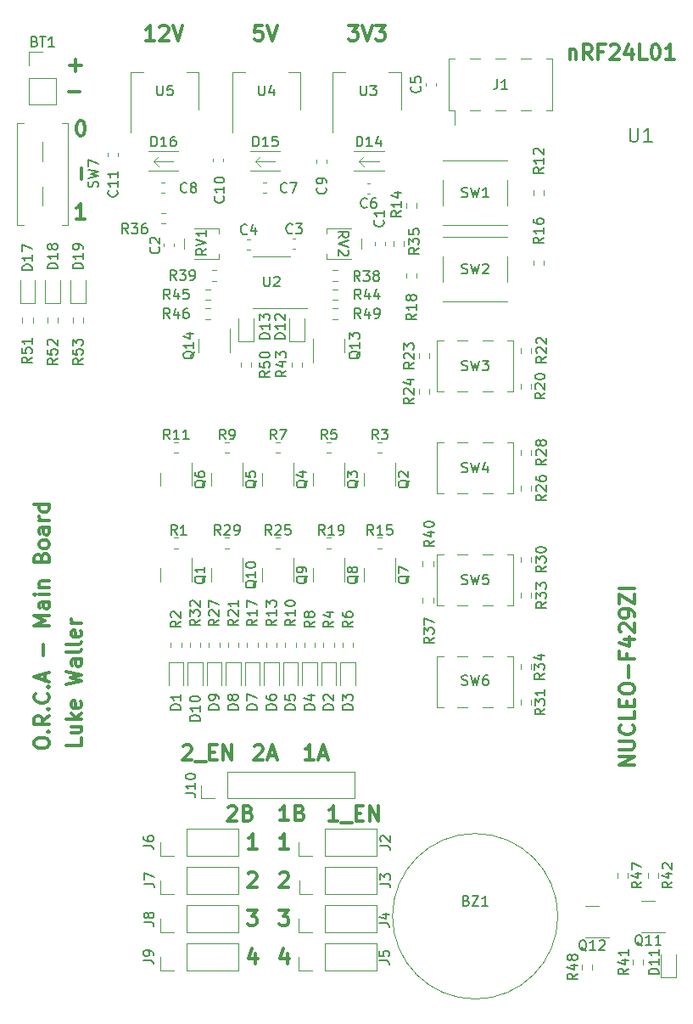
<source format=gbr>
%TF.GenerationSoftware,KiCad,Pcbnew,(6.0.2-0)*%
%TF.CreationDate,2022-03-29T14:55:33+01:00*%
%TF.ProjectId,Main-Craft-PCB,4d61696e-2d43-4726-9166-742d5043422e,rev?*%
%TF.SameCoordinates,Original*%
%TF.FileFunction,Legend,Top*%
%TF.FilePolarity,Positive*%
%FSLAX46Y46*%
G04 Gerber Fmt 4.6, Leading zero omitted, Abs format (unit mm)*
G04 Created by KiCad (PCBNEW (6.0.2-0)) date 2022-03-29 14:55:33*
%MOMM*%
%LPD*%
G01*
G04 APERTURE LIST*
%ADD10C,0.300000*%
%ADD11C,0.150000*%
%ADD12C,0.120000*%
G04 APERTURE END LIST*
D10*
X128313571Y-122939285D02*
X128313571Y-123653571D01*
X126813571Y-123653571D01*
X127313571Y-121796428D02*
X128313571Y-121796428D01*
X127313571Y-122439285D02*
X128099285Y-122439285D01*
X128242142Y-122367857D01*
X128313571Y-122225000D01*
X128313571Y-122010714D01*
X128242142Y-121867857D01*
X128170714Y-121796428D01*
X128313571Y-121082142D02*
X126813571Y-121082142D01*
X127742142Y-120939285D02*
X128313571Y-120510714D01*
X127313571Y-120510714D02*
X127885000Y-121082142D01*
X128242142Y-119296428D02*
X128313571Y-119439285D01*
X128313571Y-119725000D01*
X128242142Y-119867857D01*
X128099285Y-119939285D01*
X127527857Y-119939285D01*
X127385000Y-119867857D01*
X127313571Y-119725000D01*
X127313571Y-119439285D01*
X127385000Y-119296428D01*
X127527857Y-119225000D01*
X127670714Y-119225000D01*
X127813571Y-119939285D01*
X126813571Y-117582142D02*
X128313571Y-117225000D01*
X127242142Y-116939285D01*
X128313571Y-116653571D01*
X126813571Y-116296428D01*
X128313571Y-115082142D02*
X127527857Y-115082142D01*
X127385000Y-115153571D01*
X127313571Y-115296428D01*
X127313571Y-115582142D01*
X127385000Y-115725000D01*
X128242142Y-115082142D02*
X128313571Y-115225000D01*
X128313571Y-115582142D01*
X128242142Y-115725000D01*
X128099285Y-115796428D01*
X127956428Y-115796428D01*
X127813571Y-115725000D01*
X127742142Y-115582142D01*
X127742142Y-115225000D01*
X127670714Y-115082142D01*
X128313571Y-114153571D02*
X128242142Y-114296428D01*
X128099285Y-114367857D01*
X126813571Y-114367857D01*
X128313571Y-113367857D02*
X128242142Y-113510714D01*
X128099285Y-113582142D01*
X126813571Y-113582142D01*
X128242142Y-112225000D02*
X128313571Y-112367857D01*
X128313571Y-112653571D01*
X128242142Y-112796428D01*
X128099285Y-112867857D01*
X127527857Y-112867857D01*
X127385000Y-112796428D01*
X127313571Y-112653571D01*
X127313571Y-112367857D01*
X127385000Y-112225000D01*
X127527857Y-112153571D01*
X127670714Y-112153571D01*
X127813571Y-112867857D01*
X128313571Y-111510714D02*
X127313571Y-111510714D01*
X127599285Y-111510714D02*
X127456428Y-111439285D01*
X127385000Y-111367857D01*
X127313571Y-111225000D01*
X127313571Y-111082142D01*
X142987403Y-129832028D02*
X143058832Y-129760600D01*
X143201689Y-129689171D01*
X143558832Y-129689171D01*
X143701689Y-129760600D01*
X143773117Y-129832028D01*
X143844546Y-129974885D01*
X143844546Y-130117742D01*
X143773117Y-130332028D01*
X142915975Y-131189171D01*
X143844546Y-131189171D01*
X144987403Y-130403457D02*
X145201689Y-130474885D01*
X145273117Y-130546314D01*
X145344546Y-130689171D01*
X145344546Y-130903457D01*
X145273117Y-131046314D01*
X145201689Y-131117742D01*
X145058832Y-131189171D01*
X144487403Y-131189171D01*
X144487403Y-129689171D01*
X144987403Y-129689171D01*
X145130260Y-129760600D01*
X145201689Y-129832028D01*
X145273117Y-129974885D01*
X145273117Y-130117742D01*
X145201689Y-130260600D01*
X145130260Y-130332028D01*
X144987403Y-130403457D01*
X144487403Y-130403457D01*
X127063571Y-58527142D02*
X128206428Y-58527142D01*
X149018571Y-134028571D02*
X148161428Y-134028571D01*
X148590000Y-134028571D02*
X148590000Y-132528571D01*
X148447142Y-132742857D01*
X148304285Y-132885714D01*
X148161428Y-132957142D01*
X153948285Y-131210146D02*
X153091142Y-131210146D01*
X153519713Y-131210146D02*
X153519713Y-129710146D01*
X153376856Y-129924432D01*
X153233999Y-130067289D01*
X153091142Y-130138717D01*
X154233999Y-131353003D02*
X155376856Y-131353003D01*
X155733999Y-130424432D02*
X156233999Y-130424432D01*
X156448285Y-131210146D02*
X155733999Y-131210146D01*
X155733999Y-129710146D01*
X156448285Y-129710146D01*
X157091142Y-131210146D02*
X157091142Y-129710146D01*
X157948285Y-131210146D01*
X157948285Y-129710146D01*
X123638571Y-123581428D02*
X123638571Y-123295714D01*
X123710000Y-123152857D01*
X123852857Y-123010000D01*
X124138571Y-122938571D01*
X124638571Y-122938571D01*
X124924285Y-123010000D01*
X125067142Y-123152857D01*
X125138571Y-123295714D01*
X125138571Y-123581428D01*
X125067142Y-123724285D01*
X124924285Y-123867142D01*
X124638571Y-123938571D01*
X124138571Y-123938571D01*
X123852857Y-123867142D01*
X123710000Y-123724285D01*
X123638571Y-123581428D01*
X124995714Y-122295714D02*
X125067142Y-122224285D01*
X125138571Y-122295714D01*
X125067142Y-122367142D01*
X124995714Y-122295714D01*
X125138571Y-122295714D01*
X125138571Y-120724285D02*
X124424285Y-121224285D01*
X125138571Y-121581428D02*
X123638571Y-121581428D01*
X123638571Y-121010000D01*
X123710000Y-120867142D01*
X123781428Y-120795714D01*
X123924285Y-120724285D01*
X124138571Y-120724285D01*
X124281428Y-120795714D01*
X124352857Y-120867142D01*
X124424285Y-121010000D01*
X124424285Y-121581428D01*
X124995714Y-120081428D02*
X125067142Y-120010000D01*
X125138571Y-120081428D01*
X125067142Y-120152857D01*
X124995714Y-120081428D01*
X125138571Y-120081428D01*
X124995714Y-118510000D02*
X125067142Y-118581428D01*
X125138571Y-118795714D01*
X125138571Y-118938571D01*
X125067142Y-119152857D01*
X124924285Y-119295714D01*
X124781428Y-119367142D01*
X124495714Y-119438571D01*
X124281428Y-119438571D01*
X123995714Y-119367142D01*
X123852857Y-119295714D01*
X123710000Y-119152857D01*
X123638571Y-118938571D01*
X123638571Y-118795714D01*
X123710000Y-118581428D01*
X123781428Y-118510000D01*
X124995714Y-117867142D02*
X125067142Y-117795714D01*
X125138571Y-117867142D01*
X125067142Y-117938571D01*
X124995714Y-117867142D01*
X125138571Y-117867142D01*
X124710000Y-117224285D02*
X124710000Y-116510000D01*
X125138571Y-117367142D02*
X123638571Y-116867142D01*
X125138571Y-116367142D01*
X124567142Y-114724285D02*
X124567142Y-113581428D01*
X125138571Y-111724285D02*
X123638571Y-111724285D01*
X124710000Y-111224285D01*
X123638571Y-110724285D01*
X125138571Y-110724285D01*
X125138571Y-109367142D02*
X124352857Y-109367142D01*
X124210000Y-109438571D01*
X124138571Y-109581428D01*
X124138571Y-109867142D01*
X124210000Y-110010000D01*
X125067142Y-109367142D02*
X125138571Y-109510000D01*
X125138571Y-109867142D01*
X125067142Y-110010000D01*
X124924285Y-110081428D01*
X124781428Y-110081428D01*
X124638571Y-110010000D01*
X124567142Y-109867142D01*
X124567142Y-109510000D01*
X124495714Y-109367142D01*
X125138571Y-108652857D02*
X124138571Y-108652857D01*
X123638571Y-108652857D02*
X123710000Y-108724285D01*
X123781428Y-108652857D01*
X123710000Y-108581428D01*
X123638571Y-108652857D01*
X123781428Y-108652857D01*
X124138571Y-107938571D02*
X125138571Y-107938571D01*
X124281428Y-107938571D02*
X124210000Y-107867142D01*
X124138571Y-107724285D01*
X124138571Y-107510000D01*
X124210000Y-107367142D01*
X124352857Y-107295714D01*
X125138571Y-107295714D01*
X124352857Y-104938571D02*
X124424285Y-104724285D01*
X124495714Y-104652857D01*
X124638571Y-104581428D01*
X124852857Y-104581428D01*
X124995714Y-104652857D01*
X125067142Y-104724285D01*
X125138571Y-104867142D01*
X125138571Y-105438571D01*
X123638571Y-105438571D01*
X123638571Y-104938571D01*
X123710000Y-104795714D01*
X123781428Y-104724285D01*
X123924285Y-104652857D01*
X124067142Y-104652857D01*
X124210000Y-104724285D01*
X124281428Y-104795714D01*
X124352857Y-104938571D01*
X124352857Y-105438571D01*
X125138571Y-103724285D02*
X125067142Y-103867142D01*
X124995714Y-103938571D01*
X124852857Y-104010000D01*
X124424285Y-104010000D01*
X124281428Y-103938571D01*
X124210000Y-103867142D01*
X124138571Y-103724285D01*
X124138571Y-103510000D01*
X124210000Y-103367142D01*
X124281428Y-103295714D01*
X124424285Y-103224285D01*
X124852857Y-103224285D01*
X124995714Y-103295714D01*
X125067142Y-103367142D01*
X125138571Y-103510000D01*
X125138571Y-103724285D01*
X125138571Y-101938571D02*
X124352857Y-101938571D01*
X124210000Y-102010000D01*
X124138571Y-102152857D01*
X124138571Y-102438571D01*
X124210000Y-102581428D01*
X125067142Y-101938571D02*
X125138571Y-102081428D01*
X125138571Y-102438571D01*
X125067142Y-102581428D01*
X124924285Y-102652857D01*
X124781428Y-102652857D01*
X124638571Y-102581428D01*
X124567142Y-102438571D01*
X124567142Y-102081428D01*
X124495714Y-101938571D01*
X125138571Y-101224285D02*
X124138571Y-101224285D01*
X124424285Y-101224285D02*
X124281428Y-101152857D01*
X124210000Y-101081428D01*
X124138571Y-100938571D01*
X124138571Y-100795714D01*
X125138571Y-99652857D02*
X123638571Y-99652857D01*
X125067142Y-99652857D02*
X125138571Y-99795714D01*
X125138571Y-100081428D01*
X125067142Y-100224285D01*
X124995714Y-100295714D01*
X124852857Y-100367142D01*
X124424285Y-100367142D01*
X124281428Y-100295714D01*
X124210000Y-100224285D01*
X124138571Y-100081428D01*
X124138571Y-99795714D01*
X124210000Y-99652857D01*
X145613571Y-123781428D02*
X145685000Y-123710000D01*
X145827857Y-123638571D01*
X146185000Y-123638571D01*
X146327857Y-123710000D01*
X146399285Y-123781428D01*
X146470714Y-123924285D01*
X146470714Y-124067142D01*
X146399285Y-124281428D01*
X145542142Y-125138571D01*
X146470714Y-125138571D01*
X147042142Y-124710000D02*
X147756428Y-124710000D01*
X146899285Y-125138571D02*
X147399285Y-123638571D01*
X147899285Y-125138571D01*
X144915000Y-140148571D02*
X145843571Y-140148571D01*
X145343571Y-140720000D01*
X145557857Y-140720000D01*
X145700714Y-140791428D01*
X145772142Y-140862857D01*
X145843571Y-141005714D01*
X145843571Y-141362857D01*
X145772142Y-141505714D01*
X145700714Y-141577142D01*
X145557857Y-141648571D01*
X145129285Y-141648571D01*
X144986428Y-141577142D01*
X144915000Y-141505714D01*
X127742142Y-56451428D02*
X127742142Y-55308571D01*
X128313571Y-55880000D02*
X127170714Y-55880000D01*
X146399285Y-51883571D02*
X145685000Y-51883571D01*
X145613571Y-52597857D01*
X145685000Y-52526428D01*
X145827857Y-52455000D01*
X146185000Y-52455000D01*
X146327857Y-52526428D01*
X146399285Y-52597857D01*
X146470714Y-52740714D01*
X146470714Y-53097857D01*
X146399285Y-53240714D01*
X146327857Y-53312142D01*
X146185000Y-53383571D01*
X145827857Y-53383571D01*
X145685000Y-53312142D01*
X145613571Y-53240714D01*
X146899285Y-51883571D02*
X147399285Y-53383571D01*
X147899285Y-51883571D01*
X151550714Y-125138571D02*
X150693571Y-125138571D01*
X151122142Y-125138571D02*
X151122142Y-123638571D01*
X150979285Y-123852857D01*
X150836428Y-123995714D01*
X150693571Y-124067142D01*
X152122142Y-124710000D02*
X152836428Y-124710000D01*
X151979285Y-125138571D02*
X152479285Y-123638571D01*
X152979285Y-125138571D01*
X183558571Y-125661428D02*
X182058571Y-125661428D01*
X183558571Y-124804285D01*
X182058571Y-124804285D01*
X182058571Y-124090000D02*
X183272857Y-124090000D01*
X183415714Y-124018571D01*
X183487142Y-123947142D01*
X183558571Y-123804285D01*
X183558571Y-123518571D01*
X183487142Y-123375714D01*
X183415714Y-123304285D01*
X183272857Y-123232857D01*
X182058571Y-123232857D01*
X183415714Y-121661428D02*
X183487142Y-121732857D01*
X183558571Y-121947142D01*
X183558571Y-122090000D01*
X183487142Y-122304285D01*
X183344285Y-122447142D01*
X183201428Y-122518571D01*
X182915714Y-122590000D01*
X182701428Y-122590000D01*
X182415714Y-122518571D01*
X182272857Y-122447142D01*
X182130000Y-122304285D01*
X182058571Y-122090000D01*
X182058571Y-121947142D01*
X182130000Y-121732857D01*
X182201428Y-121661428D01*
X183558571Y-120304285D02*
X183558571Y-121018571D01*
X182058571Y-121018571D01*
X182772857Y-119804285D02*
X182772857Y-119304285D01*
X183558571Y-119090000D02*
X183558571Y-119804285D01*
X182058571Y-119804285D01*
X182058571Y-119090000D01*
X182058571Y-118161428D02*
X182058571Y-117875714D01*
X182130000Y-117732857D01*
X182272857Y-117590000D01*
X182558571Y-117518571D01*
X183058571Y-117518571D01*
X183344285Y-117590000D01*
X183487142Y-117732857D01*
X183558571Y-117875714D01*
X183558571Y-118161428D01*
X183487142Y-118304285D01*
X183344285Y-118447142D01*
X183058571Y-118518571D01*
X182558571Y-118518571D01*
X182272857Y-118447142D01*
X182130000Y-118304285D01*
X182058571Y-118161428D01*
X182987142Y-116875714D02*
X182987142Y-115732857D01*
X182772857Y-114518571D02*
X182772857Y-115018571D01*
X183558571Y-115018571D02*
X182058571Y-115018571D01*
X182058571Y-114304285D01*
X182558571Y-113090000D02*
X183558571Y-113090000D01*
X181987142Y-113447142D02*
X183058571Y-113804285D01*
X183058571Y-112875714D01*
X182201428Y-112375714D02*
X182130000Y-112304285D01*
X182058571Y-112161428D01*
X182058571Y-111804285D01*
X182130000Y-111661428D01*
X182201428Y-111590000D01*
X182344285Y-111518571D01*
X182487142Y-111518571D01*
X182701428Y-111590000D01*
X183558571Y-112447142D01*
X183558571Y-111518571D01*
X183558571Y-110804285D02*
X183558571Y-110518571D01*
X183487142Y-110375714D01*
X183415714Y-110304285D01*
X183201428Y-110161428D01*
X182915714Y-110090000D01*
X182344285Y-110090000D01*
X182201428Y-110161428D01*
X182130000Y-110232857D01*
X182058571Y-110375714D01*
X182058571Y-110661428D01*
X182130000Y-110804285D01*
X182201428Y-110875714D01*
X182344285Y-110947142D01*
X182701428Y-110947142D01*
X182844285Y-110875714D01*
X182915714Y-110804285D01*
X182987142Y-110661428D01*
X182987142Y-110375714D01*
X182915714Y-110232857D01*
X182844285Y-110161428D01*
X182701428Y-110090000D01*
X182058571Y-109590000D02*
X182058571Y-108590000D01*
X183558571Y-109590000D01*
X183558571Y-108590000D01*
X183558571Y-108018571D02*
X182058571Y-108018571D01*
X148161428Y-136481428D02*
X148232857Y-136410000D01*
X148375714Y-136338571D01*
X148732857Y-136338571D01*
X148875714Y-136410000D01*
X148947142Y-136481428D01*
X149018571Y-136624285D01*
X149018571Y-136767142D01*
X148947142Y-136981428D01*
X148090000Y-137838571D01*
X149018571Y-137838571D01*
X154987857Y-51883571D02*
X155916428Y-51883571D01*
X155416428Y-52455000D01*
X155630714Y-52455000D01*
X155773571Y-52526428D01*
X155845000Y-52597857D01*
X155916428Y-52740714D01*
X155916428Y-53097857D01*
X155845000Y-53240714D01*
X155773571Y-53312142D01*
X155630714Y-53383571D01*
X155202142Y-53383571D01*
X155059285Y-53312142D01*
X154987857Y-53240714D01*
X156345000Y-51883571D02*
X156845000Y-53383571D01*
X157345000Y-51883571D01*
X157702142Y-51883571D02*
X158630714Y-51883571D01*
X158130714Y-52455000D01*
X158345000Y-52455000D01*
X158487857Y-52526428D01*
X158559285Y-52597857D01*
X158630714Y-52740714D01*
X158630714Y-53097857D01*
X158559285Y-53240714D01*
X158487857Y-53312142D01*
X158345000Y-53383571D01*
X157916428Y-53383571D01*
X157773571Y-53312142D01*
X157702142Y-53240714D01*
X149004408Y-131168196D02*
X148147265Y-131168196D01*
X148575837Y-131168196D02*
X148575837Y-129668196D01*
X148432979Y-129882482D01*
X148290122Y-130025339D01*
X148147265Y-130096767D01*
X150147265Y-130382482D02*
X150361551Y-130453910D01*
X150432979Y-130525339D01*
X150504408Y-130668196D01*
X150504408Y-130882482D01*
X150432979Y-131025339D01*
X150361551Y-131096767D01*
X150218694Y-131168196D01*
X149647265Y-131168196D01*
X149647265Y-129668196D01*
X150147265Y-129668196D01*
X150290122Y-129739625D01*
X150361551Y-129811053D01*
X150432979Y-129953910D01*
X150432979Y-130096767D01*
X150361551Y-130239625D01*
X150290122Y-130311053D01*
X150147265Y-130382482D01*
X149647265Y-130382482D01*
X128377142Y-67246428D02*
X128377142Y-66103571D01*
X128698571Y-71163571D02*
X127841428Y-71163571D01*
X128270000Y-71163571D02*
X128270000Y-69663571D01*
X128127142Y-69877857D01*
X127984285Y-70020714D01*
X127841428Y-70092142D01*
X144986428Y-136481428D02*
X145057857Y-136410000D01*
X145200714Y-136338571D01*
X145557857Y-136338571D01*
X145700714Y-136410000D01*
X145772142Y-136481428D01*
X145843571Y-136624285D01*
X145843571Y-136767142D01*
X145772142Y-136981428D01*
X144915000Y-137838571D01*
X145843571Y-137838571D01*
X135596428Y-53383571D02*
X134739285Y-53383571D01*
X135167857Y-53383571D02*
X135167857Y-51883571D01*
X135025000Y-52097857D01*
X134882142Y-52240714D01*
X134739285Y-52312142D01*
X136167857Y-52026428D02*
X136239285Y-51955000D01*
X136382142Y-51883571D01*
X136739285Y-51883571D01*
X136882142Y-51955000D01*
X136953571Y-52026428D01*
X137025000Y-52169285D01*
X137025000Y-52312142D01*
X136953571Y-52526428D01*
X136096428Y-53383571D01*
X137025000Y-53383571D01*
X137453571Y-51883571D02*
X137953571Y-53383571D01*
X138453571Y-51883571D01*
X145700714Y-144458571D02*
X145700714Y-145458571D01*
X145343571Y-143887142D02*
X144986428Y-144958571D01*
X145915000Y-144958571D01*
X145843571Y-134028571D02*
X144986428Y-134028571D01*
X145415000Y-134028571D02*
X145415000Y-132528571D01*
X145272142Y-132742857D01*
X145129285Y-132885714D01*
X144986428Y-132957142D01*
X128198571Y-61408571D02*
X128341428Y-61408571D01*
X128484285Y-61480000D01*
X128555714Y-61551428D01*
X128627142Y-61694285D01*
X128698571Y-61980000D01*
X128698571Y-62337142D01*
X128627142Y-62622857D01*
X128555714Y-62765714D01*
X128484285Y-62837142D01*
X128341428Y-62908571D01*
X128198571Y-62908571D01*
X128055714Y-62837142D01*
X127984285Y-62765714D01*
X127912857Y-62622857D01*
X127841428Y-62337142D01*
X127841428Y-61980000D01*
X127912857Y-61694285D01*
X127984285Y-61551428D01*
X128055714Y-61480000D01*
X128198571Y-61408571D01*
X138505714Y-123781428D02*
X138577142Y-123710000D01*
X138720000Y-123638571D01*
X139077142Y-123638571D01*
X139220000Y-123710000D01*
X139291428Y-123781428D01*
X139362857Y-123924285D01*
X139362857Y-124067142D01*
X139291428Y-124281428D01*
X138434285Y-125138571D01*
X139362857Y-125138571D01*
X139648571Y-125281428D02*
X140791428Y-125281428D01*
X141148571Y-124352857D02*
X141648571Y-124352857D01*
X141862857Y-125138571D02*
X141148571Y-125138571D01*
X141148571Y-123638571D01*
X141862857Y-123638571D01*
X142505714Y-125138571D02*
X142505714Y-123638571D01*
X143362857Y-125138571D01*
X143362857Y-123638571D01*
X148875714Y-144458571D02*
X148875714Y-145458571D01*
X148518571Y-143887142D02*
X148161428Y-144958571D01*
X149090000Y-144958571D01*
X148090000Y-140148571D02*
X149018571Y-140148571D01*
X148518571Y-140720000D01*
X148732857Y-140720000D01*
X148875714Y-140791428D01*
X148947142Y-140862857D01*
X149018571Y-141005714D01*
X149018571Y-141362857D01*
X148947142Y-141505714D01*
X148875714Y-141577142D01*
X148732857Y-141648571D01*
X148304285Y-141648571D01*
X148161428Y-141577142D01*
X148090000Y-141505714D01*
X177066428Y-54288571D02*
X177066428Y-55288571D01*
X177066428Y-54431428D02*
X177137857Y-54360000D01*
X177280714Y-54288571D01*
X177495000Y-54288571D01*
X177637857Y-54360000D01*
X177709285Y-54502857D01*
X177709285Y-55288571D01*
X179280714Y-55288571D02*
X178780714Y-54574285D01*
X178423571Y-55288571D02*
X178423571Y-53788571D01*
X178995000Y-53788571D01*
X179137857Y-53860000D01*
X179209285Y-53931428D01*
X179280714Y-54074285D01*
X179280714Y-54288571D01*
X179209285Y-54431428D01*
X179137857Y-54502857D01*
X178995000Y-54574285D01*
X178423571Y-54574285D01*
X180423571Y-54502857D02*
X179923571Y-54502857D01*
X179923571Y-55288571D02*
X179923571Y-53788571D01*
X180637857Y-53788571D01*
X181137857Y-53931428D02*
X181209285Y-53860000D01*
X181352142Y-53788571D01*
X181709285Y-53788571D01*
X181852142Y-53860000D01*
X181923571Y-53931428D01*
X181995000Y-54074285D01*
X181995000Y-54217142D01*
X181923571Y-54431428D01*
X181066428Y-55288571D01*
X181995000Y-55288571D01*
X183280714Y-54288571D02*
X183280714Y-55288571D01*
X182923571Y-53717142D02*
X182566428Y-54788571D01*
X183495000Y-54788571D01*
X184780714Y-55288571D02*
X184066428Y-55288571D01*
X184066428Y-53788571D01*
X185566428Y-53788571D02*
X185709285Y-53788571D01*
X185852142Y-53860000D01*
X185923571Y-53931428D01*
X185995000Y-54074285D01*
X186066428Y-54360000D01*
X186066428Y-54717142D01*
X185995000Y-55002857D01*
X185923571Y-55145714D01*
X185852142Y-55217142D01*
X185709285Y-55288571D01*
X185566428Y-55288571D01*
X185423571Y-55217142D01*
X185352142Y-55145714D01*
X185280714Y-55002857D01*
X185209285Y-54717142D01*
X185209285Y-54360000D01*
X185280714Y-54074285D01*
X185352142Y-53931428D01*
X185423571Y-53860000D01*
X185566428Y-53788571D01*
X187495000Y-55288571D02*
X186637857Y-55288571D01*
X187066428Y-55288571D02*
X187066428Y-53788571D01*
X186923571Y-54002857D01*
X186780714Y-54145714D01*
X186637857Y-54217142D01*
D11*
%TO.C,R49*%
X156202142Y-81097380D02*
X155868809Y-80621190D01*
X155630714Y-81097380D02*
X155630714Y-80097380D01*
X156011666Y-80097380D01*
X156106904Y-80145000D01*
X156154523Y-80192619D01*
X156202142Y-80287857D01*
X156202142Y-80430714D01*
X156154523Y-80525952D01*
X156106904Y-80573571D01*
X156011666Y-80621190D01*
X155630714Y-80621190D01*
X157059285Y-80430714D02*
X157059285Y-81097380D01*
X156821190Y-80049761D02*
X156583095Y-80764047D01*
X157202142Y-80764047D01*
X157630714Y-81097380D02*
X157821190Y-81097380D01*
X157916428Y-81049761D01*
X157964047Y-81002142D01*
X158059285Y-80859285D01*
X158106904Y-80668809D01*
X158106904Y-80287857D01*
X158059285Y-80192619D01*
X158011666Y-80145000D01*
X157916428Y-80097380D01*
X157725952Y-80097380D01*
X157630714Y-80145000D01*
X157583095Y-80192619D01*
X157535476Y-80287857D01*
X157535476Y-80525952D01*
X157583095Y-80621190D01*
X157630714Y-80668809D01*
X157725952Y-80716428D01*
X157916428Y-80716428D01*
X158011666Y-80668809D01*
X158059285Y-80621190D01*
X158106904Y-80525952D01*
%TO.C,R21*%
X143962380Y-111132857D02*
X143486190Y-111466190D01*
X143962380Y-111704285D02*
X142962380Y-111704285D01*
X142962380Y-111323333D01*
X143010000Y-111228095D01*
X143057619Y-111180476D01*
X143152857Y-111132857D01*
X143295714Y-111132857D01*
X143390952Y-111180476D01*
X143438571Y-111228095D01*
X143486190Y-111323333D01*
X143486190Y-111704285D01*
X143057619Y-110751904D02*
X143010000Y-110704285D01*
X142962380Y-110609047D01*
X142962380Y-110370952D01*
X143010000Y-110275714D01*
X143057619Y-110228095D01*
X143152857Y-110180476D01*
X143248095Y-110180476D01*
X143390952Y-110228095D01*
X143962380Y-110799523D01*
X143962380Y-110180476D01*
X143962380Y-109228095D02*
X143962380Y-109799523D01*
X143962380Y-109513809D02*
X142962380Y-109513809D01*
X143105238Y-109609047D01*
X143200476Y-109704285D01*
X143248095Y-109799523D01*
%TO.C,D17*%
X123397910Y-76293577D02*
X122397910Y-76293577D01*
X122397910Y-76055482D01*
X122445530Y-75912625D01*
X122540768Y-75817387D01*
X122636006Y-75769768D01*
X122826482Y-75722149D01*
X122969339Y-75722149D01*
X123159815Y-75769768D01*
X123255053Y-75817387D01*
X123350291Y-75912625D01*
X123397910Y-76055482D01*
X123397910Y-76293577D01*
X123397910Y-74769768D02*
X123397910Y-75341196D01*
X123397910Y-75055482D02*
X122397910Y-75055482D01*
X122540768Y-75150720D01*
X122636006Y-75245958D01*
X122683625Y-75341196D01*
X122397910Y-74436434D02*
X122397910Y-73769768D01*
X123397910Y-74198339D01*
%TO.C,RV1*%
X140807103Y-74146855D02*
X140330913Y-74480188D01*
X140807103Y-74718283D02*
X139807103Y-74718283D01*
X139807103Y-74337331D01*
X139854723Y-74242093D01*
X139902342Y-74194474D01*
X139997580Y-74146855D01*
X140140437Y-74146855D01*
X140235675Y-74194474D01*
X140283294Y-74242093D01*
X140330913Y-74337331D01*
X140330913Y-74718283D01*
X139807103Y-73861140D02*
X140807103Y-73527807D01*
X139807103Y-73194474D01*
X140807103Y-72337331D02*
X140807103Y-72908759D01*
X140807103Y-72623045D02*
X139807103Y-72623045D01*
X139949961Y-72718283D01*
X140045199Y-72813521D01*
X140092818Y-72908759D01*
%TO.C,D7*%
X145867380Y-120118095D02*
X144867380Y-120118095D01*
X144867380Y-119880000D01*
X144915000Y-119737142D01*
X145010238Y-119641904D01*
X145105476Y-119594285D01*
X145295952Y-119546666D01*
X145438809Y-119546666D01*
X145629285Y-119594285D01*
X145724523Y-119641904D01*
X145819761Y-119737142D01*
X145867380Y-119880000D01*
X145867380Y-120118095D01*
X144867380Y-119213333D02*
X144867380Y-118546666D01*
X145867380Y-118975238D01*
%TO.C,J10*%
X138727380Y-128444523D02*
X139441666Y-128444523D01*
X139584523Y-128492142D01*
X139679761Y-128587380D01*
X139727380Y-128730238D01*
X139727380Y-128825476D01*
X139727380Y-127444523D02*
X139727380Y-128015952D01*
X139727380Y-127730238D02*
X138727380Y-127730238D01*
X138870238Y-127825476D01*
X138965476Y-127920714D01*
X139013095Y-128015952D01*
X138727380Y-126825476D02*
X138727380Y-126730238D01*
X138775000Y-126635000D01*
X138822619Y-126587380D01*
X138917857Y-126539761D01*
X139108333Y-126492142D01*
X139346428Y-126492142D01*
X139536904Y-126539761D01*
X139632142Y-126587380D01*
X139679761Y-126635000D01*
X139727380Y-126730238D01*
X139727380Y-126825476D01*
X139679761Y-126920714D01*
X139632142Y-126968333D01*
X139536904Y-127015952D01*
X139346428Y-127063571D01*
X139108333Y-127063571D01*
X138917857Y-127015952D01*
X138822619Y-126968333D01*
X138775000Y-126920714D01*
X138727380Y-126825476D01*
%TO.C,Q5*%
X145822619Y-97250238D02*
X145775000Y-97345476D01*
X145679761Y-97440714D01*
X145536904Y-97583571D01*
X145489285Y-97678809D01*
X145489285Y-97774047D01*
X145727380Y-97726428D02*
X145679761Y-97821666D01*
X145584523Y-97916904D01*
X145394047Y-97964523D01*
X145060714Y-97964523D01*
X144870238Y-97916904D01*
X144775000Y-97821666D01*
X144727380Y-97726428D01*
X144727380Y-97535952D01*
X144775000Y-97440714D01*
X144870238Y-97345476D01*
X145060714Y-97297857D01*
X145394047Y-97297857D01*
X145584523Y-97345476D01*
X145679761Y-97440714D01*
X145727380Y-97535952D01*
X145727380Y-97726428D01*
X144727380Y-96393095D02*
X144727380Y-96869285D01*
X145203571Y-96916904D01*
X145155952Y-96869285D01*
X145108333Y-96774047D01*
X145108333Y-96535952D01*
X145155952Y-96440714D01*
X145203571Y-96393095D01*
X145298809Y-96345476D01*
X145536904Y-96345476D01*
X145632142Y-96393095D01*
X145679761Y-96440714D01*
X145727380Y-96535952D01*
X145727380Y-96774047D01*
X145679761Y-96869285D01*
X145632142Y-96916904D01*
%TO.C,D2*%
X153487380Y-120118095D02*
X152487380Y-120118095D01*
X152487380Y-119880000D01*
X152535000Y-119737142D01*
X152630238Y-119641904D01*
X152725476Y-119594285D01*
X152915952Y-119546666D01*
X153058809Y-119546666D01*
X153249285Y-119594285D01*
X153344523Y-119641904D01*
X153439761Y-119737142D01*
X153487380Y-119880000D01*
X153487380Y-120118095D01*
X152582619Y-119165714D02*
X152535000Y-119118095D01*
X152487380Y-119022857D01*
X152487380Y-118784761D01*
X152535000Y-118689523D01*
X152582619Y-118641904D01*
X152677857Y-118594285D01*
X152773095Y-118594285D01*
X152915952Y-118641904D01*
X153487380Y-119213333D01*
X153487380Y-118594285D01*
%TO.C,SW1*%
X166306666Y-68984761D02*
X166449523Y-69032380D01*
X166687619Y-69032380D01*
X166782857Y-68984761D01*
X166830476Y-68937142D01*
X166878095Y-68841904D01*
X166878095Y-68746666D01*
X166830476Y-68651428D01*
X166782857Y-68603809D01*
X166687619Y-68556190D01*
X166497142Y-68508571D01*
X166401904Y-68460952D01*
X166354285Y-68413333D01*
X166306666Y-68318095D01*
X166306666Y-68222857D01*
X166354285Y-68127619D01*
X166401904Y-68080000D01*
X166497142Y-68032380D01*
X166735238Y-68032380D01*
X166878095Y-68080000D01*
X167211428Y-68032380D02*
X167449523Y-69032380D01*
X167640000Y-68318095D01*
X167830476Y-69032380D01*
X168068571Y-68032380D01*
X168973333Y-69032380D02*
X168401904Y-69032380D01*
X168687619Y-69032380D02*
X168687619Y-68032380D01*
X168592380Y-68175238D01*
X168497142Y-68270476D01*
X168401904Y-68318095D01*
%TO.C,Q7*%
X161062619Y-106775238D02*
X161015000Y-106870476D01*
X160919761Y-106965714D01*
X160776904Y-107108571D01*
X160729285Y-107203809D01*
X160729285Y-107299047D01*
X160967380Y-107251428D02*
X160919761Y-107346666D01*
X160824523Y-107441904D01*
X160634047Y-107489523D01*
X160300714Y-107489523D01*
X160110238Y-107441904D01*
X160015000Y-107346666D01*
X159967380Y-107251428D01*
X159967380Y-107060952D01*
X160015000Y-106965714D01*
X160110238Y-106870476D01*
X160300714Y-106822857D01*
X160634047Y-106822857D01*
X160824523Y-106870476D01*
X160919761Y-106965714D01*
X160967380Y-107060952D01*
X160967380Y-107251428D01*
X159967380Y-106489523D02*
X159967380Y-105822857D01*
X160967380Y-106251428D01*
%TO.C,D4*%
X151582380Y-120118095D02*
X150582380Y-120118095D01*
X150582380Y-119880000D01*
X150630000Y-119737142D01*
X150725238Y-119641904D01*
X150820476Y-119594285D01*
X151010952Y-119546666D01*
X151153809Y-119546666D01*
X151344285Y-119594285D01*
X151439523Y-119641904D01*
X151534761Y-119737142D01*
X151582380Y-119880000D01*
X151582380Y-120118095D01*
X150915714Y-118689523D02*
X151582380Y-118689523D01*
X150534761Y-118927619D02*
X151249047Y-119165714D01*
X151249047Y-118546666D01*
%TO.C,R9*%
X142708333Y-93162380D02*
X142375000Y-92686190D01*
X142136904Y-93162380D02*
X142136904Y-92162380D01*
X142517857Y-92162380D01*
X142613095Y-92210000D01*
X142660714Y-92257619D01*
X142708333Y-92352857D01*
X142708333Y-92495714D01*
X142660714Y-92590952D01*
X142613095Y-92638571D01*
X142517857Y-92686190D01*
X142136904Y-92686190D01*
X143184523Y-93162380D02*
X143375000Y-93162380D01*
X143470238Y-93114761D01*
X143517857Y-93067142D01*
X143613095Y-92924285D01*
X143660714Y-92733809D01*
X143660714Y-92352857D01*
X143613095Y-92257619D01*
X143565476Y-92210000D01*
X143470238Y-92162380D01*
X143279761Y-92162380D01*
X143184523Y-92210000D01*
X143136904Y-92257619D01*
X143089285Y-92352857D01*
X143089285Y-92590952D01*
X143136904Y-92686190D01*
X143184523Y-92733809D01*
X143279761Y-92781428D01*
X143470238Y-92781428D01*
X143565476Y-92733809D01*
X143613095Y-92686190D01*
X143660714Y-92590952D01*
%TO.C,R14*%
X160264137Y-70380974D02*
X159787947Y-70714307D01*
X160264137Y-70952402D02*
X159264137Y-70952402D01*
X159264137Y-70571450D01*
X159311757Y-70476212D01*
X159359376Y-70428593D01*
X159454614Y-70380974D01*
X159597471Y-70380974D01*
X159692709Y-70428593D01*
X159740328Y-70476212D01*
X159787947Y-70571450D01*
X159787947Y-70952402D01*
X160264137Y-69428593D02*
X160264137Y-70000021D01*
X160264137Y-69714307D02*
X159264137Y-69714307D01*
X159406995Y-69809545D01*
X159502233Y-69904783D01*
X159549852Y-70000021D01*
X159597471Y-68571450D02*
X160264137Y-68571450D01*
X159216518Y-68809545D02*
X159930804Y-69047640D01*
X159930804Y-68428593D01*
%TO.C,R33*%
X174734902Y-109363889D02*
X174258712Y-109697222D01*
X174734902Y-109935317D02*
X173734902Y-109935317D01*
X173734902Y-109554365D01*
X173782522Y-109459127D01*
X173830141Y-109411508D01*
X173925379Y-109363889D01*
X174068236Y-109363889D01*
X174163474Y-109411508D01*
X174211093Y-109459127D01*
X174258712Y-109554365D01*
X174258712Y-109935317D01*
X173734902Y-109030555D02*
X173734902Y-108411508D01*
X174115855Y-108744841D01*
X174115855Y-108601984D01*
X174163474Y-108506746D01*
X174211093Y-108459127D01*
X174306331Y-108411508D01*
X174544426Y-108411508D01*
X174639664Y-108459127D01*
X174687283Y-108506746D01*
X174734902Y-108601984D01*
X174734902Y-108887698D01*
X174687283Y-108982936D01*
X174639664Y-109030555D01*
X173734902Y-108078174D02*
X173734902Y-107459127D01*
X174115855Y-107792460D01*
X174115855Y-107649603D01*
X174163474Y-107554365D01*
X174211093Y-107506746D01*
X174306331Y-107459127D01*
X174544426Y-107459127D01*
X174639664Y-107506746D01*
X174687283Y-107554365D01*
X174734902Y-107649603D01*
X174734902Y-107935317D01*
X174687283Y-108030555D01*
X174639664Y-108078174D01*
%TO.C,D3*%
X155392380Y-120118095D02*
X154392380Y-120118095D01*
X154392380Y-119880000D01*
X154440000Y-119737142D01*
X154535238Y-119641904D01*
X154630476Y-119594285D01*
X154820952Y-119546666D01*
X154963809Y-119546666D01*
X155154285Y-119594285D01*
X155249523Y-119641904D01*
X155344761Y-119737142D01*
X155392380Y-119880000D01*
X155392380Y-120118095D01*
X154392380Y-119213333D02*
X154392380Y-118594285D01*
X154773333Y-118927619D01*
X154773333Y-118784761D01*
X154820952Y-118689523D01*
X154868571Y-118641904D01*
X154963809Y-118594285D01*
X155201904Y-118594285D01*
X155297142Y-118641904D01*
X155344761Y-118689523D01*
X155392380Y-118784761D01*
X155392380Y-119070476D01*
X155344761Y-119165714D01*
X155297142Y-119213333D01*
%TO.C,R29*%
X142232142Y-102687380D02*
X141898809Y-102211190D01*
X141660714Y-102687380D02*
X141660714Y-101687380D01*
X142041666Y-101687380D01*
X142136904Y-101735000D01*
X142184523Y-101782619D01*
X142232142Y-101877857D01*
X142232142Y-102020714D01*
X142184523Y-102115952D01*
X142136904Y-102163571D01*
X142041666Y-102211190D01*
X141660714Y-102211190D01*
X142613095Y-101782619D02*
X142660714Y-101735000D01*
X142755952Y-101687380D01*
X142994047Y-101687380D01*
X143089285Y-101735000D01*
X143136904Y-101782619D01*
X143184523Y-101877857D01*
X143184523Y-101973095D01*
X143136904Y-102115952D01*
X142565476Y-102687380D01*
X143184523Y-102687380D01*
X143660714Y-102687380D02*
X143851190Y-102687380D01*
X143946428Y-102639761D01*
X143994047Y-102592142D01*
X144089285Y-102449285D01*
X144136904Y-102258809D01*
X144136904Y-101877857D01*
X144089285Y-101782619D01*
X144041666Y-101735000D01*
X143946428Y-101687380D01*
X143755952Y-101687380D01*
X143660714Y-101735000D01*
X143613095Y-101782619D01*
X143565476Y-101877857D01*
X143565476Y-102115952D01*
X143613095Y-102211190D01*
X143660714Y-102258809D01*
X143755952Y-102306428D01*
X143946428Y-102306428D01*
X144041666Y-102258809D01*
X144089285Y-102211190D01*
X144136904Y-102115952D01*
%TO.C,R23*%
X161511761Y-85494985D02*
X161035571Y-85828318D01*
X161511761Y-86066413D02*
X160511761Y-86066413D01*
X160511761Y-85685461D01*
X160559381Y-85590223D01*
X160607000Y-85542604D01*
X160702238Y-85494985D01*
X160845095Y-85494985D01*
X160940333Y-85542604D01*
X160987952Y-85590223D01*
X161035571Y-85685461D01*
X161035571Y-86066413D01*
X160607000Y-85114032D02*
X160559381Y-85066413D01*
X160511761Y-84971175D01*
X160511761Y-84733080D01*
X160559381Y-84637842D01*
X160607000Y-84590223D01*
X160702238Y-84542604D01*
X160797476Y-84542604D01*
X160940333Y-84590223D01*
X161511761Y-85161651D01*
X161511761Y-84542604D01*
X160511761Y-84209270D02*
X160511761Y-83590223D01*
X160892714Y-83923556D01*
X160892714Y-83780699D01*
X160940333Y-83685461D01*
X160987952Y-83637842D01*
X161083190Y-83590223D01*
X161321285Y-83590223D01*
X161416523Y-83637842D01*
X161464142Y-83685461D01*
X161511761Y-83780699D01*
X161511761Y-84066413D01*
X161464142Y-84161651D01*
X161416523Y-84209270D01*
%TO.C,Q3*%
X155982619Y-97250238D02*
X155935000Y-97345476D01*
X155839761Y-97440714D01*
X155696904Y-97583571D01*
X155649285Y-97678809D01*
X155649285Y-97774047D01*
X155887380Y-97726428D02*
X155839761Y-97821666D01*
X155744523Y-97916904D01*
X155554047Y-97964523D01*
X155220714Y-97964523D01*
X155030238Y-97916904D01*
X154935000Y-97821666D01*
X154887380Y-97726428D01*
X154887380Y-97535952D01*
X154935000Y-97440714D01*
X155030238Y-97345476D01*
X155220714Y-97297857D01*
X155554047Y-97297857D01*
X155744523Y-97345476D01*
X155839761Y-97440714D01*
X155887380Y-97535952D01*
X155887380Y-97726428D01*
X154887380Y-96964523D02*
X154887380Y-96345476D01*
X155268333Y-96678809D01*
X155268333Y-96535952D01*
X155315952Y-96440714D01*
X155363571Y-96393095D01*
X155458809Y-96345476D01*
X155696904Y-96345476D01*
X155792142Y-96393095D01*
X155839761Y-96440714D01*
X155887380Y-96535952D01*
X155887380Y-96821666D01*
X155839761Y-96916904D01*
X155792142Y-96964523D01*
%TO.C,R35*%
X162042650Y-74065599D02*
X161566460Y-74398932D01*
X162042650Y-74637027D02*
X161042650Y-74637027D01*
X161042650Y-74256075D01*
X161090270Y-74160837D01*
X161137889Y-74113218D01*
X161233127Y-74065599D01*
X161375984Y-74065599D01*
X161471222Y-74113218D01*
X161518841Y-74160837D01*
X161566460Y-74256075D01*
X161566460Y-74637027D01*
X161042650Y-73732265D02*
X161042650Y-73113218D01*
X161423603Y-73446551D01*
X161423603Y-73303694D01*
X161471222Y-73208456D01*
X161518841Y-73160837D01*
X161614079Y-73113218D01*
X161852174Y-73113218D01*
X161947412Y-73160837D01*
X161995031Y-73208456D01*
X162042650Y-73303694D01*
X162042650Y-73589408D01*
X161995031Y-73684646D01*
X161947412Y-73732265D01*
X161042650Y-72208456D02*
X161042650Y-72684646D01*
X161518841Y-72732265D01*
X161471222Y-72684646D01*
X161423603Y-72589408D01*
X161423603Y-72351313D01*
X161471222Y-72256075D01*
X161518841Y-72208456D01*
X161614079Y-72160837D01*
X161852174Y-72160837D01*
X161947412Y-72208456D01*
X161995031Y-72256075D01*
X162042650Y-72351313D01*
X162042650Y-72589408D01*
X161995031Y-72684646D01*
X161947412Y-72732265D01*
%TO.C,C8*%
X138848231Y-68457570D02*
X138800612Y-68505189D01*
X138657755Y-68552808D01*
X138562517Y-68552808D01*
X138419659Y-68505189D01*
X138324421Y-68409951D01*
X138276802Y-68314713D01*
X138229183Y-68124237D01*
X138229183Y-67981380D01*
X138276802Y-67790904D01*
X138324421Y-67695666D01*
X138419659Y-67600428D01*
X138562517Y-67552808D01*
X138657755Y-67552808D01*
X138800612Y-67600428D01*
X138848231Y-67648047D01*
X139419659Y-67981380D02*
X139324421Y-67933761D01*
X139276802Y-67886142D01*
X139229183Y-67790904D01*
X139229183Y-67743285D01*
X139276802Y-67648047D01*
X139324421Y-67600428D01*
X139419659Y-67552808D01*
X139610136Y-67552808D01*
X139705374Y-67600428D01*
X139752993Y-67648047D01*
X139800612Y-67743285D01*
X139800612Y-67790904D01*
X139752993Y-67886142D01*
X139705374Y-67933761D01*
X139610136Y-67981380D01*
X139419659Y-67981380D01*
X139324421Y-68028999D01*
X139276802Y-68076618D01*
X139229183Y-68171856D01*
X139229183Y-68362332D01*
X139276802Y-68457570D01*
X139324421Y-68505189D01*
X139419659Y-68552808D01*
X139610136Y-68552808D01*
X139705374Y-68505189D01*
X139752993Y-68457570D01*
X139800612Y-68362332D01*
X139800612Y-68171856D01*
X139752993Y-68076618D01*
X139705374Y-68028999D01*
X139610136Y-67981380D01*
%TO.C,R40*%
X163520380Y-103258857D02*
X163044190Y-103592190D01*
X163520380Y-103830285D02*
X162520380Y-103830285D01*
X162520380Y-103449333D01*
X162568000Y-103354095D01*
X162615619Y-103306476D01*
X162710857Y-103258857D01*
X162853714Y-103258857D01*
X162948952Y-103306476D01*
X162996571Y-103354095D01*
X163044190Y-103449333D01*
X163044190Y-103830285D01*
X162853714Y-102401714D02*
X163520380Y-102401714D01*
X162472761Y-102639809D02*
X163187047Y-102877904D01*
X163187047Y-102258857D01*
X162520380Y-101687428D02*
X162520380Y-101592190D01*
X162568000Y-101496952D01*
X162615619Y-101449333D01*
X162710857Y-101401714D01*
X162901333Y-101354095D01*
X163139428Y-101354095D01*
X163329904Y-101401714D01*
X163425142Y-101449333D01*
X163472761Y-101496952D01*
X163520380Y-101592190D01*
X163520380Y-101687428D01*
X163472761Y-101782666D01*
X163425142Y-101830285D01*
X163329904Y-101877904D01*
X163139428Y-101925523D01*
X162901333Y-101925523D01*
X162710857Y-101877904D01*
X162615619Y-101830285D01*
X162568000Y-101782666D01*
X162520380Y-101687428D01*
%TO.C,C2*%
X136068017Y-73987937D02*
X136115636Y-74035556D01*
X136163255Y-74178413D01*
X136163255Y-74273651D01*
X136115636Y-74416509D01*
X136020398Y-74511747D01*
X135925160Y-74559366D01*
X135734684Y-74606985D01*
X135591827Y-74606985D01*
X135401351Y-74559366D01*
X135306113Y-74511747D01*
X135210875Y-74416509D01*
X135163255Y-74273651D01*
X135163255Y-74178413D01*
X135210875Y-74035556D01*
X135258494Y-73987937D01*
X135258494Y-73606985D02*
X135210875Y-73559366D01*
X135163255Y-73464128D01*
X135163255Y-73226032D01*
X135210875Y-73130794D01*
X135258494Y-73083175D01*
X135353732Y-73035556D01*
X135448970Y-73035556D01*
X135591827Y-73083175D01*
X136163255Y-73654604D01*
X136163255Y-73035556D01*
%TO.C,R46*%
X137152142Y-81097380D02*
X136818809Y-80621190D01*
X136580714Y-81097380D02*
X136580714Y-80097380D01*
X136961666Y-80097380D01*
X137056904Y-80145000D01*
X137104523Y-80192619D01*
X137152142Y-80287857D01*
X137152142Y-80430714D01*
X137104523Y-80525952D01*
X137056904Y-80573571D01*
X136961666Y-80621190D01*
X136580714Y-80621190D01*
X138009285Y-80430714D02*
X138009285Y-81097380D01*
X137771190Y-80049761D02*
X137533095Y-80764047D01*
X138152142Y-80764047D01*
X138961666Y-80097380D02*
X138771190Y-80097380D01*
X138675952Y-80145000D01*
X138628333Y-80192619D01*
X138533095Y-80335476D01*
X138485476Y-80525952D01*
X138485476Y-80906904D01*
X138533095Y-81002142D01*
X138580714Y-81049761D01*
X138675952Y-81097380D01*
X138866428Y-81097380D01*
X138961666Y-81049761D01*
X139009285Y-81002142D01*
X139056904Y-80906904D01*
X139056904Y-80668809D01*
X139009285Y-80573571D01*
X138961666Y-80525952D01*
X138866428Y-80478333D01*
X138675952Y-80478333D01*
X138580714Y-80525952D01*
X138533095Y-80573571D01*
X138485476Y-80668809D01*
%TO.C,C7*%
X148850715Y-68457570D02*
X148803096Y-68505189D01*
X148660239Y-68552808D01*
X148565001Y-68552808D01*
X148422143Y-68505189D01*
X148326905Y-68409951D01*
X148279286Y-68314713D01*
X148231667Y-68124237D01*
X148231667Y-67981380D01*
X148279286Y-67790904D01*
X148326905Y-67695666D01*
X148422143Y-67600428D01*
X148565001Y-67552808D01*
X148660239Y-67552808D01*
X148803096Y-67600428D01*
X148850715Y-67648047D01*
X149184048Y-67552808D02*
X149850715Y-67552808D01*
X149422143Y-68552808D01*
%TO.C,Q14*%
X139612619Y-84391428D02*
X139565000Y-84486666D01*
X139469761Y-84581904D01*
X139326904Y-84724761D01*
X139279285Y-84820000D01*
X139279285Y-84915238D01*
X139517380Y-84867619D02*
X139469761Y-84962857D01*
X139374523Y-85058095D01*
X139184047Y-85105714D01*
X138850714Y-85105714D01*
X138660238Y-85058095D01*
X138565000Y-84962857D01*
X138517380Y-84867619D01*
X138517380Y-84677142D01*
X138565000Y-84581904D01*
X138660238Y-84486666D01*
X138850714Y-84439047D01*
X139184047Y-84439047D01*
X139374523Y-84486666D01*
X139469761Y-84581904D01*
X139517380Y-84677142D01*
X139517380Y-84867619D01*
X139517380Y-83486666D02*
X139517380Y-84058095D01*
X139517380Y-83772380D02*
X138517380Y-83772380D01*
X138660238Y-83867619D01*
X138755476Y-83962857D01*
X138803095Y-84058095D01*
X138850714Y-82629523D02*
X139517380Y-82629523D01*
X138469761Y-82867619D02*
X139184047Y-83105714D01*
X139184047Y-82486666D01*
%TO.C,R2*%
X138247380Y-111291666D02*
X137771190Y-111625000D01*
X138247380Y-111863095D02*
X137247380Y-111863095D01*
X137247380Y-111482142D01*
X137295000Y-111386904D01*
X137342619Y-111339285D01*
X137437857Y-111291666D01*
X137580714Y-111291666D01*
X137675952Y-111339285D01*
X137723571Y-111386904D01*
X137771190Y-111482142D01*
X137771190Y-111863095D01*
X137342619Y-110910714D02*
X137295000Y-110863095D01*
X137247380Y-110767857D01*
X137247380Y-110529761D01*
X137295000Y-110434523D01*
X137342619Y-110386904D01*
X137437857Y-110339285D01*
X137533095Y-110339285D01*
X137675952Y-110386904D01*
X138247380Y-110958333D01*
X138247380Y-110339285D01*
%TO.C,R6*%
X155392380Y-111291666D02*
X154916190Y-111625000D01*
X155392380Y-111863095D02*
X154392380Y-111863095D01*
X154392380Y-111482142D01*
X154440000Y-111386904D01*
X154487619Y-111339285D01*
X154582857Y-111291666D01*
X154725714Y-111291666D01*
X154820952Y-111339285D01*
X154868571Y-111386904D01*
X154916190Y-111482142D01*
X154916190Y-111863095D01*
X154392380Y-110434523D02*
X154392380Y-110625000D01*
X154440000Y-110720238D01*
X154487619Y-110767857D01*
X154630476Y-110863095D01*
X154820952Y-110910714D01*
X155201904Y-110910714D01*
X155297142Y-110863095D01*
X155344761Y-110815476D01*
X155392380Y-110720238D01*
X155392380Y-110529761D01*
X155344761Y-110434523D01*
X155297142Y-110386904D01*
X155201904Y-110339285D01*
X154963809Y-110339285D01*
X154868571Y-110386904D01*
X154820952Y-110434523D01*
X154773333Y-110529761D01*
X154773333Y-110720238D01*
X154820952Y-110815476D01*
X154868571Y-110863095D01*
X154963809Y-110910714D01*
%TO.C,J1*%
X169846666Y-57237380D02*
X169846666Y-57951666D01*
X169799047Y-58094523D01*
X169703809Y-58189761D01*
X169560952Y-58237380D01*
X169465714Y-58237380D01*
X170846666Y-58237380D02*
X170275238Y-58237380D01*
X170560952Y-58237380D02*
X170560952Y-57237380D01*
X170465714Y-57380238D01*
X170370476Y-57475476D01*
X170275238Y-57523095D01*
%TO.C,D6*%
X147772380Y-120118095D02*
X146772380Y-120118095D01*
X146772380Y-119880000D01*
X146820000Y-119737142D01*
X146915238Y-119641904D01*
X147010476Y-119594285D01*
X147200952Y-119546666D01*
X147343809Y-119546666D01*
X147534285Y-119594285D01*
X147629523Y-119641904D01*
X147724761Y-119737142D01*
X147772380Y-119880000D01*
X147772380Y-120118095D01*
X146772380Y-118689523D02*
X146772380Y-118880000D01*
X146820000Y-118975238D01*
X146867619Y-119022857D01*
X147010476Y-119118095D01*
X147200952Y-119165714D01*
X147581904Y-119165714D01*
X147677142Y-119118095D01*
X147724761Y-119070476D01*
X147772380Y-118975238D01*
X147772380Y-118784761D01*
X147724761Y-118689523D01*
X147677142Y-118641904D01*
X147581904Y-118594285D01*
X147343809Y-118594285D01*
X147248571Y-118641904D01*
X147200952Y-118689523D01*
X147153333Y-118784761D01*
X147153333Y-118975238D01*
X147200952Y-119070476D01*
X147248571Y-119118095D01*
X147343809Y-119165714D01*
%TO.C,J4*%
X158078503Y-141418018D02*
X158792789Y-141418018D01*
X158935646Y-141465637D01*
X159030884Y-141560875D01*
X159078503Y-141703732D01*
X159078503Y-141798970D01*
X158411837Y-140513256D02*
X159078503Y-140513256D01*
X158030884Y-140751351D02*
X158745170Y-140989446D01*
X158745170Y-140370399D01*
%TO.C,R4*%
X153487380Y-111291666D02*
X153011190Y-111625000D01*
X153487380Y-111863095D02*
X152487380Y-111863095D01*
X152487380Y-111482142D01*
X152535000Y-111386904D01*
X152582619Y-111339285D01*
X152677857Y-111291666D01*
X152820714Y-111291666D01*
X152915952Y-111339285D01*
X152963571Y-111386904D01*
X153011190Y-111482142D01*
X153011190Y-111863095D01*
X152820714Y-110434523D02*
X153487380Y-110434523D01*
X152439761Y-110672619D02*
X153154047Y-110910714D01*
X153154047Y-110291666D01*
%TO.C,D5*%
X149677380Y-120118095D02*
X148677380Y-120118095D01*
X148677380Y-119880000D01*
X148725000Y-119737142D01*
X148820238Y-119641904D01*
X148915476Y-119594285D01*
X149105952Y-119546666D01*
X149248809Y-119546666D01*
X149439285Y-119594285D01*
X149534523Y-119641904D01*
X149629761Y-119737142D01*
X149677380Y-119880000D01*
X149677380Y-120118095D01*
X148677380Y-118641904D02*
X148677380Y-119118095D01*
X149153571Y-119165714D01*
X149105952Y-119118095D01*
X149058333Y-119022857D01*
X149058333Y-118784761D01*
X149105952Y-118689523D01*
X149153571Y-118641904D01*
X149248809Y-118594285D01*
X149486904Y-118594285D01*
X149582142Y-118641904D01*
X149629761Y-118689523D01*
X149677380Y-118784761D01*
X149677380Y-119022857D01*
X149629761Y-119118095D01*
X149582142Y-119165714D01*
%TO.C,R30*%
X174696380Y-105798857D02*
X174220190Y-106132190D01*
X174696380Y-106370285D02*
X173696380Y-106370285D01*
X173696380Y-105989333D01*
X173744000Y-105894095D01*
X173791619Y-105846476D01*
X173886857Y-105798857D01*
X174029714Y-105798857D01*
X174124952Y-105846476D01*
X174172571Y-105894095D01*
X174220190Y-105989333D01*
X174220190Y-106370285D01*
X173696380Y-105465523D02*
X173696380Y-104846476D01*
X174077333Y-105179809D01*
X174077333Y-105036952D01*
X174124952Y-104941714D01*
X174172571Y-104894095D01*
X174267809Y-104846476D01*
X174505904Y-104846476D01*
X174601142Y-104894095D01*
X174648761Y-104941714D01*
X174696380Y-105036952D01*
X174696380Y-105322666D01*
X174648761Y-105417904D01*
X174601142Y-105465523D01*
X173696380Y-104227428D02*
X173696380Y-104132190D01*
X173744000Y-104036952D01*
X173791619Y-103989333D01*
X173886857Y-103941714D01*
X174077333Y-103894095D01*
X174315428Y-103894095D01*
X174505904Y-103941714D01*
X174601142Y-103989333D01*
X174648761Y-104036952D01*
X174696380Y-104132190D01*
X174696380Y-104227428D01*
X174648761Y-104322666D01*
X174601142Y-104370285D01*
X174505904Y-104417904D01*
X174315428Y-104465523D01*
X174077333Y-104465523D01*
X173886857Y-104417904D01*
X173791619Y-104370285D01*
X173744000Y-104322666D01*
X173696380Y-104227428D01*
%TO.C,R10*%
X149677380Y-111132857D02*
X149201190Y-111466190D01*
X149677380Y-111704285D02*
X148677380Y-111704285D01*
X148677380Y-111323333D01*
X148725000Y-111228095D01*
X148772619Y-111180476D01*
X148867857Y-111132857D01*
X149010714Y-111132857D01*
X149105952Y-111180476D01*
X149153571Y-111228095D01*
X149201190Y-111323333D01*
X149201190Y-111704285D01*
X149677380Y-110180476D02*
X149677380Y-110751904D01*
X149677380Y-110466190D02*
X148677380Y-110466190D01*
X148820238Y-110561428D01*
X148915476Y-110656666D01*
X148963095Y-110751904D01*
X148677380Y-109561428D02*
X148677380Y-109466190D01*
X148725000Y-109370952D01*
X148772619Y-109323333D01*
X148867857Y-109275714D01*
X149058333Y-109228095D01*
X149296428Y-109228095D01*
X149486904Y-109275714D01*
X149582142Y-109323333D01*
X149629761Y-109370952D01*
X149677380Y-109466190D01*
X149677380Y-109561428D01*
X149629761Y-109656666D01*
X149582142Y-109704285D01*
X149486904Y-109751904D01*
X149296428Y-109799523D01*
X149058333Y-109799523D01*
X148867857Y-109751904D01*
X148772619Y-109704285D01*
X148725000Y-109656666D01*
X148677380Y-109561428D01*
%TO.C,R51*%
X123388380Y-84970857D02*
X122912190Y-85304190D01*
X123388380Y-85542285D02*
X122388380Y-85542285D01*
X122388380Y-85161333D01*
X122436000Y-85066095D01*
X122483619Y-85018476D01*
X122578857Y-84970857D01*
X122721714Y-84970857D01*
X122816952Y-85018476D01*
X122864571Y-85066095D01*
X122912190Y-85161333D01*
X122912190Y-85542285D01*
X122388380Y-84066095D02*
X122388380Y-84542285D01*
X122864571Y-84589904D01*
X122816952Y-84542285D01*
X122769333Y-84447047D01*
X122769333Y-84208952D01*
X122816952Y-84113714D01*
X122864571Y-84066095D01*
X122959809Y-84018476D01*
X123197904Y-84018476D01*
X123293142Y-84066095D01*
X123340761Y-84113714D01*
X123388380Y-84208952D01*
X123388380Y-84447047D01*
X123340761Y-84542285D01*
X123293142Y-84589904D01*
X123388380Y-83066095D02*
X123388380Y-83637523D01*
X123388380Y-83351809D02*
X122388380Y-83351809D01*
X122531238Y-83447047D01*
X122626476Y-83542285D01*
X122674095Y-83637523D01*
%TO.C,R44*%
X156202142Y-79192380D02*
X155868809Y-78716190D01*
X155630714Y-79192380D02*
X155630714Y-78192380D01*
X156011666Y-78192380D01*
X156106904Y-78240000D01*
X156154523Y-78287619D01*
X156202142Y-78382857D01*
X156202142Y-78525714D01*
X156154523Y-78620952D01*
X156106904Y-78668571D01*
X156011666Y-78716190D01*
X155630714Y-78716190D01*
X157059285Y-78525714D02*
X157059285Y-79192380D01*
X156821190Y-78144761D02*
X156583095Y-78859047D01*
X157202142Y-78859047D01*
X158011666Y-78525714D02*
X158011666Y-79192380D01*
X157773571Y-78144761D02*
X157535476Y-78859047D01*
X158154523Y-78859047D01*
%TO.C,J8*%
X134565617Y-141334861D02*
X135279903Y-141334861D01*
X135422760Y-141382480D01*
X135517998Y-141477718D01*
X135565617Y-141620575D01*
X135565617Y-141715813D01*
X134994189Y-140715813D02*
X134946570Y-140811051D01*
X134898951Y-140858670D01*
X134803713Y-140906289D01*
X134756094Y-140906289D01*
X134660856Y-140858670D01*
X134613237Y-140811051D01*
X134565617Y-140715813D01*
X134565617Y-140525337D01*
X134613237Y-140430099D01*
X134660856Y-140382480D01*
X134756094Y-140334861D01*
X134803713Y-140334861D01*
X134898951Y-140382480D01*
X134946570Y-140430099D01*
X134994189Y-140525337D01*
X134994189Y-140715813D01*
X135041808Y-140811051D01*
X135089427Y-140858670D01*
X135184665Y-140906289D01*
X135375141Y-140906289D01*
X135470379Y-140858670D01*
X135517998Y-140811051D01*
X135565617Y-140715813D01*
X135565617Y-140525337D01*
X135517998Y-140430099D01*
X135470379Y-140382480D01*
X135375141Y-140334861D01*
X135184665Y-140334861D01*
X135089427Y-140382480D01*
X135041808Y-140430099D01*
X134994189Y-140525337D01*
%TO.C,U2*%
X146558095Y-76922380D02*
X146558095Y-77731904D01*
X146605714Y-77827142D01*
X146653333Y-77874761D01*
X146748571Y-77922380D01*
X146939047Y-77922380D01*
X147034285Y-77874761D01*
X147081904Y-77827142D01*
X147129523Y-77731904D01*
X147129523Y-76922380D01*
X147558095Y-77017619D02*
X147605714Y-76970000D01*
X147700952Y-76922380D01*
X147939047Y-76922380D01*
X148034285Y-76970000D01*
X148081904Y-77017619D01*
X148129523Y-77112857D01*
X148129523Y-77208095D01*
X148081904Y-77350952D01*
X147510476Y-77922380D01*
X148129523Y-77922380D01*
%TO.C,D1*%
X138247380Y-120118095D02*
X137247380Y-120118095D01*
X137247380Y-119880000D01*
X137295000Y-119737142D01*
X137390238Y-119641904D01*
X137485476Y-119594285D01*
X137675952Y-119546666D01*
X137818809Y-119546666D01*
X138009285Y-119594285D01*
X138104523Y-119641904D01*
X138199761Y-119737142D01*
X138247380Y-119880000D01*
X138247380Y-120118095D01*
X138247380Y-118594285D02*
X138247380Y-119165714D01*
X138247380Y-118880000D02*
X137247380Y-118880000D01*
X137390238Y-118975238D01*
X137485476Y-119070476D01*
X137533095Y-119165714D01*
%TO.C,Q2*%
X161062619Y-97250238D02*
X161015000Y-97345476D01*
X160919761Y-97440714D01*
X160776904Y-97583571D01*
X160729285Y-97678809D01*
X160729285Y-97774047D01*
X160967380Y-97726428D02*
X160919761Y-97821666D01*
X160824523Y-97916904D01*
X160634047Y-97964523D01*
X160300714Y-97964523D01*
X160110238Y-97916904D01*
X160015000Y-97821666D01*
X159967380Y-97726428D01*
X159967380Y-97535952D01*
X160015000Y-97440714D01*
X160110238Y-97345476D01*
X160300714Y-97297857D01*
X160634047Y-97297857D01*
X160824523Y-97345476D01*
X160919761Y-97440714D01*
X160967380Y-97535952D01*
X160967380Y-97726428D01*
X160062619Y-96916904D02*
X160015000Y-96869285D01*
X159967380Y-96774047D01*
X159967380Y-96535952D01*
X160015000Y-96440714D01*
X160062619Y-96393095D01*
X160157857Y-96345476D01*
X160253095Y-96345476D01*
X160395952Y-96393095D01*
X160967380Y-96964523D01*
X160967380Y-96345476D01*
%TO.C,R12*%
X174442380Y-66047857D02*
X173966190Y-66381190D01*
X174442380Y-66619285D02*
X173442380Y-66619285D01*
X173442380Y-66238333D01*
X173490000Y-66143095D01*
X173537619Y-66095476D01*
X173632857Y-66047857D01*
X173775714Y-66047857D01*
X173870952Y-66095476D01*
X173918571Y-66143095D01*
X173966190Y-66238333D01*
X173966190Y-66619285D01*
X174442380Y-65095476D02*
X174442380Y-65666904D01*
X174442380Y-65381190D02*
X173442380Y-65381190D01*
X173585238Y-65476428D01*
X173680476Y-65571666D01*
X173728095Y-65666904D01*
X173537619Y-64714523D02*
X173490000Y-64666904D01*
X173442380Y-64571666D01*
X173442380Y-64333571D01*
X173490000Y-64238333D01*
X173537619Y-64190714D01*
X173632857Y-64143095D01*
X173728095Y-64143095D01*
X173870952Y-64190714D01*
X174442380Y-64762142D01*
X174442380Y-64143095D01*
%TO.C,SW5*%
X166306666Y-107592761D02*
X166449523Y-107640380D01*
X166687619Y-107640380D01*
X166782857Y-107592761D01*
X166830476Y-107545142D01*
X166878095Y-107449904D01*
X166878095Y-107354666D01*
X166830476Y-107259428D01*
X166782857Y-107211809D01*
X166687619Y-107164190D01*
X166497142Y-107116571D01*
X166401904Y-107068952D01*
X166354285Y-107021333D01*
X166306666Y-106926095D01*
X166306666Y-106830857D01*
X166354285Y-106735619D01*
X166401904Y-106688000D01*
X166497142Y-106640380D01*
X166735238Y-106640380D01*
X166878095Y-106688000D01*
X167211428Y-106640380D02*
X167449523Y-107640380D01*
X167640000Y-106926095D01*
X167830476Y-107640380D01*
X168068571Y-106640380D01*
X168925714Y-106640380D02*
X168449523Y-106640380D01*
X168401904Y-107116571D01*
X168449523Y-107068952D01*
X168544761Y-107021333D01*
X168782857Y-107021333D01*
X168878095Y-107068952D01*
X168925714Y-107116571D01*
X168973333Y-107211809D01*
X168973333Y-107449904D01*
X168925714Y-107545142D01*
X168878095Y-107592761D01*
X168782857Y-107640380D01*
X168544761Y-107640380D01*
X168449523Y-107592761D01*
X168401904Y-107545142D01*
%TO.C,R16*%
X174442380Y-73032857D02*
X173966190Y-73366190D01*
X174442380Y-73604285D02*
X173442380Y-73604285D01*
X173442380Y-73223333D01*
X173490000Y-73128095D01*
X173537619Y-73080476D01*
X173632857Y-73032857D01*
X173775714Y-73032857D01*
X173870952Y-73080476D01*
X173918571Y-73128095D01*
X173966190Y-73223333D01*
X173966190Y-73604285D01*
X174442380Y-72080476D02*
X174442380Y-72651904D01*
X174442380Y-72366190D02*
X173442380Y-72366190D01*
X173585238Y-72461428D01*
X173680476Y-72556666D01*
X173728095Y-72651904D01*
X173442380Y-71223333D02*
X173442380Y-71413809D01*
X173490000Y-71509047D01*
X173537619Y-71556666D01*
X173680476Y-71651904D01*
X173870952Y-71699523D01*
X174251904Y-71699523D01*
X174347142Y-71651904D01*
X174394761Y-71604285D01*
X174442380Y-71509047D01*
X174442380Y-71318571D01*
X174394761Y-71223333D01*
X174347142Y-71175714D01*
X174251904Y-71128095D01*
X174013809Y-71128095D01*
X173918571Y-71175714D01*
X173870952Y-71223333D01*
X173823333Y-71318571D01*
X173823333Y-71509047D01*
X173870952Y-71604285D01*
X173918571Y-71651904D01*
X174013809Y-71699523D01*
%TO.C,U5*%
X135890095Y-57872380D02*
X135890095Y-58681904D01*
X135937714Y-58777142D01*
X135985333Y-58824761D01*
X136080571Y-58872380D01*
X136271047Y-58872380D01*
X136366285Y-58824761D01*
X136413904Y-58777142D01*
X136461523Y-58681904D01*
X136461523Y-57872380D01*
X137413904Y-57872380D02*
X136937714Y-57872380D01*
X136890095Y-58348571D01*
X136937714Y-58300952D01*
X137032952Y-58253333D01*
X137271047Y-58253333D01*
X137366285Y-58300952D01*
X137413904Y-58348571D01*
X137461523Y-58443809D01*
X137461523Y-58681904D01*
X137413904Y-58777142D01*
X137366285Y-58824761D01*
X137271047Y-58872380D01*
X137032952Y-58872380D01*
X136937714Y-58824761D01*
X136890095Y-58777142D01*
%TO.C,R53*%
X128468380Y-85097857D02*
X127992190Y-85431190D01*
X128468380Y-85669285D02*
X127468380Y-85669285D01*
X127468380Y-85288333D01*
X127516000Y-85193095D01*
X127563619Y-85145476D01*
X127658857Y-85097857D01*
X127801714Y-85097857D01*
X127896952Y-85145476D01*
X127944571Y-85193095D01*
X127992190Y-85288333D01*
X127992190Y-85669285D01*
X127468380Y-84193095D02*
X127468380Y-84669285D01*
X127944571Y-84716904D01*
X127896952Y-84669285D01*
X127849333Y-84574047D01*
X127849333Y-84335952D01*
X127896952Y-84240714D01*
X127944571Y-84193095D01*
X128039809Y-84145476D01*
X128277904Y-84145476D01*
X128373142Y-84193095D01*
X128420761Y-84240714D01*
X128468380Y-84335952D01*
X128468380Y-84574047D01*
X128420761Y-84669285D01*
X128373142Y-84716904D01*
X127468380Y-83812142D02*
X127468380Y-83193095D01*
X127849333Y-83526428D01*
X127849333Y-83383571D01*
X127896952Y-83288333D01*
X127944571Y-83240714D01*
X128039809Y-83193095D01*
X128277904Y-83193095D01*
X128373142Y-83240714D01*
X128420761Y-83288333D01*
X128468380Y-83383571D01*
X128468380Y-83669285D01*
X128420761Y-83764523D01*
X128373142Y-83812142D01*
%TO.C,J2*%
X158154147Y-133687237D02*
X158868433Y-133687237D01*
X159011290Y-133734856D01*
X159106528Y-133830094D01*
X159154147Y-133972951D01*
X159154147Y-134068189D01*
X158249386Y-133258665D02*
X158201767Y-133211046D01*
X158154147Y-133115808D01*
X158154147Y-132877713D01*
X158201767Y-132782475D01*
X158249386Y-132734856D01*
X158344624Y-132687237D01*
X158439862Y-132687237D01*
X158582719Y-132734856D01*
X159154147Y-133306284D01*
X159154147Y-132687237D01*
%TO.C,C11*%
X131865241Y-68338772D02*
X131912860Y-68386391D01*
X131960479Y-68529248D01*
X131960479Y-68624486D01*
X131912860Y-68767343D01*
X131817622Y-68862581D01*
X131722384Y-68910200D01*
X131531908Y-68957819D01*
X131389051Y-68957819D01*
X131198575Y-68910200D01*
X131103337Y-68862581D01*
X131008099Y-68767343D01*
X130960479Y-68624486D01*
X130960479Y-68529248D01*
X131008099Y-68386391D01*
X131055718Y-68338772D01*
X131960479Y-67386391D02*
X131960479Y-67957819D01*
X131960479Y-67672105D02*
X130960479Y-67672105D01*
X131103337Y-67767343D01*
X131198575Y-67862581D01*
X131246194Y-67957819D01*
X131960479Y-66434010D02*
X131960479Y-67005438D01*
X131960479Y-66719724D02*
X130960479Y-66719724D01*
X131103337Y-66814962D01*
X131198575Y-66910200D01*
X131246194Y-67005438D01*
%TO.C,R39*%
X137787142Y-77287380D02*
X137453809Y-76811190D01*
X137215714Y-77287380D02*
X137215714Y-76287380D01*
X137596666Y-76287380D01*
X137691904Y-76335000D01*
X137739523Y-76382619D01*
X137787142Y-76477857D01*
X137787142Y-76620714D01*
X137739523Y-76715952D01*
X137691904Y-76763571D01*
X137596666Y-76811190D01*
X137215714Y-76811190D01*
X138120476Y-76287380D02*
X138739523Y-76287380D01*
X138406190Y-76668333D01*
X138549047Y-76668333D01*
X138644285Y-76715952D01*
X138691904Y-76763571D01*
X138739523Y-76858809D01*
X138739523Y-77096904D01*
X138691904Y-77192142D01*
X138644285Y-77239761D01*
X138549047Y-77287380D01*
X138263333Y-77287380D01*
X138168095Y-77239761D01*
X138120476Y-77192142D01*
X139215714Y-77287380D02*
X139406190Y-77287380D01*
X139501428Y-77239761D01*
X139549047Y-77192142D01*
X139644285Y-77049285D01*
X139691904Y-76858809D01*
X139691904Y-76477857D01*
X139644285Y-76382619D01*
X139596666Y-76335000D01*
X139501428Y-76287380D01*
X139310952Y-76287380D01*
X139215714Y-76335000D01*
X139168095Y-76382619D01*
X139120476Y-76477857D01*
X139120476Y-76715952D01*
X139168095Y-76811190D01*
X139215714Y-76858809D01*
X139310952Y-76906428D01*
X139501428Y-76906428D01*
X139596666Y-76858809D01*
X139644285Y-76811190D01*
X139691904Y-76715952D01*
%TO.C,D9*%
X142057380Y-120118095D02*
X141057380Y-120118095D01*
X141057380Y-119880000D01*
X141105000Y-119737142D01*
X141200238Y-119641904D01*
X141295476Y-119594285D01*
X141485952Y-119546666D01*
X141628809Y-119546666D01*
X141819285Y-119594285D01*
X141914523Y-119641904D01*
X142009761Y-119737142D01*
X142057380Y-119880000D01*
X142057380Y-120118095D01*
X142057380Y-119070476D02*
X142057380Y-118880000D01*
X142009761Y-118784761D01*
X141962142Y-118737142D01*
X141819285Y-118641904D01*
X141628809Y-118594285D01*
X141247857Y-118594285D01*
X141152619Y-118641904D01*
X141105000Y-118689523D01*
X141057380Y-118784761D01*
X141057380Y-118975238D01*
X141105000Y-119070476D01*
X141152619Y-119118095D01*
X141247857Y-119165714D01*
X141485952Y-119165714D01*
X141581190Y-119118095D01*
X141628809Y-119070476D01*
X141676428Y-118975238D01*
X141676428Y-118784761D01*
X141628809Y-118689523D01*
X141581190Y-118641904D01*
X141485952Y-118594285D01*
%TO.C,SW2*%
X166306666Y-76604761D02*
X166449523Y-76652380D01*
X166687619Y-76652380D01*
X166782857Y-76604761D01*
X166830476Y-76557142D01*
X166878095Y-76461904D01*
X166878095Y-76366666D01*
X166830476Y-76271428D01*
X166782857Y-76223809D01*
X166687619Y-76176190D01*
X166497142Y-76128571D01*
X166401904Y-76080952D01*
X166354285Y-76033333D01*
X166306666Y-75938095D01*
X166306666Y-75842857D01*
X166354285Y-75747619D01*
X166401904Y-75700000D01*
X166497142Y-75652380D01*
X166735238Y-75652380D01*
X166878095Y-75700000D01*
X167211428Y-75652380D02*
X167449523Y-76652380D01*
X167640000Y-75938095D01*
X167830476Y-76652380D01*
X168068571Y-75652380D01*
X168401904Y-75747619D02*
X168449523Y-75700000D01*
X168544761Y-75652380D01*
X168782857Y-75652380D01*
X168878095Y-75700000D01*
X168925714Y-75747619D01*
X168973333Y-75842857D01*
X168973333Y-75938095D01*
X168925714Y-76080952D01*
X168354285Y-76652380D01*
X168973333Y-76652380D01*
%TO.C,C1*%
X158441546Y-71306987D02*
X158489165Y-71354606D01*
X158536784Y-71497463D01*
X158536784Y-71592701D01*
X158489165Y-71735559D01*
X158393927Y-71830797D01*
X158298689Y-71878416D01*
X158108213Y-71926035D01*
X157965356Y-71926035D01*
X157774880Y-71878416D01*
X157679642Y-71830797D01*
X157584404Y-71735559D01*
X157536784Y-71592701D01*
X157536784Y-71497463D01*
X157584404Y-71354606D01*
X157632023Y-71306987D01*
X158536784Y-70354606D02*
X158536784Y-70926035D01*
X158536784Y-70640321D02*
X157536784Y-70640321D01*
X157679642Y-70735559D01*
X157774880Y-70830797D01*
X157822499Y-70926035D01*
%TO.C,R19*%
X152629400Y-102687380D02*
X152296067Y-102211190D01*
X152057972Y-102687380D02*
X152057972Y-101687380D01*
X152438924Y-101687380D01*
X152534162Y-101735000D01*
X152581781Y-101782619D01*
X152629400Y-101877857D01*
X152629400Y-102020714D01*
X152581781Y-102115952D01*
X152534162Y-102163571D01*
X152438924Y-102211190D01*
X152057972Y-102211190D01*
X153581781Y-102687380D02*
X153010353Y-102687380D01*
X153296067Y-102687380D02*
X153296067Y-101687380D01*
X153200829Y-101830238D01*
X153105591Y-101925476D01*
X153010353Y-101973095D01*
X154057972Y-102687380D02*
X154248448Y-102687380D01*
X154343686Y-102639761D01*
X154391305Y-102592142D01*
X154486543Y-102449285D01*
X154534162Y-102258809D01*
X154534162Y-101877857D01*
X154486543Y-101782619D01*
X154438924Y-101735000D01*
X154343686Y-101687380D01*
X154153210Y-101687380D01*
X154057972Y-101735000D01*
X154010353Y-101782619D01*
X153962734Y-101877857D01*
X153962734Y-102115952D01*
X154010353Y-102211190D01*
X154057972Y-102258809D01*
X154153210Y-102306428D01*
X154343686Y-102306428D01*
X154438924Y-102258809D01*
X154486543Y-102211190D01*
X154534162Y-102115952D01*
%TO.C,R22*%
X174729245Y-84914318D02*
X174253055Y-85247651D01*
X174729245Y-85485746D02*
X173729245Y-85485746D01*
X173729245Y-85104794D01*
X173776865Y-85009556D01*
X173824484Y-84961937D01*
X173919722Y-84914318D01*
X174062579Y-84914318D01*
X174157817Y-84961937D01*
X174205436Y-85009556D01*
X174253055Y-85104794D01*
X174253055Y-85485746D01*
X173824484Y-84533365D02*
X173776865Y-84485746D01*
X173729245Y-84390508D01*
X173729245Y-84152413D01*
X173776865Y-84057175D01*
X173824484Y-84009556D01*
X173919722Y-83961937D01*
X174014960Y-83961937D01*
X174157817Y-84009556D01*
X174729245Y-84580984D01*
X174729245Y-83961937D01*
X173824484Y-83580984D02*
X173776865Y-83533365D01*
X173729245Y-83438127D01*
X173729245Y-83200032D01*
X173776865Y-83104794D01*
X173824484Y-83057175D01*
X173919722Y-83009556D01*
X174014960Y-83009556D01*
X174157817Y-83057175D01*
X174729245Y-83628603D01*
X174729245Y-83009556D01*
%TO.C,J9*%
X134527900Y-145106560D02*
X135242186Y-145106560D01*
X135385043Y-145154179D01*
X135480281Y-145249417D01*
X135527900Y-145392274D01*
X135527900Y-145487512D01*
X135527900Y-144582750D02*
X135527900Y-144392274D01*
X135480281Y-144297036D01*
X135432662Y-144249417D01*
X135289805Y-144154179D01*
X135099329Y-144106560D01*
X134718377Y-144106560D01*
X134623139Y-144154179D01*
X134575520Y-144201798D01*
X134527900Y-144297036D01*
X134527900Y-144487512D01*
X134575520Y-144582750D01*
X134623139Y-144630369D01*
X134718377Y-144677988D01*
X134956472Y-144677988D01*
X135051710Y-144630369D01*
X135099329Y-144582750D01*
X135146948Y-144487512D01*
X135146948Y-144297036D01*
X135099329Y-144201798D01*
X135051710Y-144154179D01*
X134956472Y-144106560D01*
%TO.C,D15*%
X145470714Y-63952380D02*
X145470714Y-62952380D01*
X145708809Y-62952380D01*
X145851666Y-63000000D01*
X145946904Y-63095238D01*
X145994523Y-63190476D01*
X146042142Y-63380952D01*
X146042142Y-63523809D01*
X145994523Y-63714285D01*
X145946904Y-63809523D01*
X145851666Y-63904761D01*
X145708809Y-63952380D01*
X145470714Y-63952380D01*
X146994523Y-63952380D02*
X146423095Y-63952380D01*
X146708809Y-63952380D02*
X146708809Y-62952380D01*
X146613571Y-63095238D01*
X146518333Y-63190476D01*
X146423095Y-63238095D01*
X147899285Y-62952380D02*
X147423095Y-62952380D01*
X147375476Y-63428571D01*
X147423095Y-63380952D01*
X147518333Y-63333333D01*
X147756428Y-63333333D01*
X147851666Y-63380952D01*
X147899285Y-63428571D01*
X147946904Y-63523809D01*
X147946904Y-63761904D01*
X147899285Y-63857142D01*
X147851666Y-63904761D01*
X147756428Y-63952380D01*
X147518333Y-63952380D01*
X147423095Y-63904761D01*
X147375476Y-63857142D01*
%TO.C,R7*%
X147788333Y-93162380D02*
X147455000Y-92686190D01*
X147216904Y-93162380D02*
X147216904Y-92162380D01*
X147597857Y-92162380D01*
X147693095Y-92210000D01*
X147740714Y-92257619D01*
X147788333Y-92352857D01*
X147788333Y-92495714D01*
X147740714Y-92590952D01*
X147693095Y-92638571D01*
X147597857Y-92686190D01*
X147216904Y-92686190D01*
X148121666Y-92162380D02*
X148788333Y-92162380D01*
X148359761Y-93162380D01*
%TO.C,U3*%
X156210095Y-57872380D02*
X156210095Y-58681904D01*
X156257714Y-58777142D01*
X156305333Y-58824761D01*
X156400571Y-58872380D01*
X156591047Y-58872380D01*
X156686285Y-58824761D01*
X156733904Y-58777142D01*
X156781523Y-58681904D01*
X156781523Y-57872380D01*
X157162476Y-57872380D02*
X157781523Y-57872380D01*
X157448190Y-58253333D01*
X157591047Y-58253333D01*
X157686285Y-58300952D01*
X157733904Y-58348571D01*
X157781523Y-58443809D01*
X157781523Y-58681904D01*
X157733904Y-58777142D01*
X157686285Y-58824761D01*
X157591047Y-58872380D01*
X157305333Y-58872380D01*
X157210095Y-58824761D01*
X157162476Y-58777142D01*
%TO.C,SW4*%
X166306666Y-96416761D02*
X166449523Y-96464380D01*
X166687619Y-96464380D01*
X166782857Y-96416761D01*
X166830476Y-96369142D01*
X166878095Y-96273904D01*
X166878095Y-96178666D01*
X166830476Y-96083428D01*
X166782857Y-96035809D01*
X166687619Y-95988190D01*
X166497142Y-95940571D01*
X166401904Y-95892952D01*
X166354285Y-95845333D01*
X166306666Y-95750095D01*
X166306666Y-95654857D01*
X166354285Y-95559619D01*
X166401904Y-95512000D01*
X166497142Y-95464380D01*
X166735238Y-95464380D01*
X166878095Y-95512000D01*
X167211428Y-95464380D02*
X167449523Y-96464380D01*
X167640000Y-95750095D01*
X167830476Y-96464380D01*
X168068571Y-95464380D01*
X168878095Y-95797714D02*
X168878095Y-96464380D01*
X168640000Y-95416761D02*
X168401904Y-96131047D01*
X169020952Y-96131047D01*
%TO.C,SW6*%
X166306666Y-117622761D02*
X166449523Y-117670380D01*
X166687619Y-117670380D01*
X166782857Y-117622761D01*
X166830476Y-117575142D01*
X166878095Y-117479904D01*
X166878095Y-117384666D01*
X166830476Y-117289428D01*
X166782857Y-117241809D01*
X166687619Y-117194190D01*
X166497142Y-117146571D01*
X166401904Y-117098952D01*
X166354285Y-117051333D01*
X166306666Y-116956095D01*
X166306666Y-116860857D01*
X166354285Y-116765619D01*
X166401904Y-116718000D01*
X166497142Y-116670380D01*
X166735238Y-116670380D01*
X166878095Y-116718000D01*
X167211428Y-116670380D02*
X167449523Y-117670380D01*
X167640000Y-116956095D01*
X167830476Y-117670380D01*
X168068571Y-116670380D01*
X168878095Y-116670380D02*
X168687619Y-116670380D01*
X168592380Y-116718000D01*
X168544761Y-116765619D01*
X168449523Y-116908476D01*
X168401904Y-117098952D01*
X168401904Y-117479904D01*
X168449523Y-117575142D01*
X168497142Y-117622761D01*
X168592380Y-117670380D01*
X168782857Y-117670380D01*
X168878095Y-117622761D01*
X168925714Y-117575142D01*
X168973333Y-117479904D01*
X168973333Y-117241809D01*
X168925714Y-117146571D01*
X168878095Y-117098952D01*
X168782857Y-117051333D01*
X168592380Y-117051333D01*
X168497142Y-117098952D01*
X168449523Y-117146571D01*
X168401904Y-117241809D01*
%TO.C,C4*%
X144866048Y-72632050D02*
X144818429Y-72679669D01*
X144675572Y-72727288D01*
X144580334Y-72727288D01*
X144437476Y-72679669D01*
X144342238Y-72584431D01*
X144294619Y-72489193D01*
X144247000Y-72298717D01*
X144247000Y-72155860D01*
X144294619Y-71965384D01*
X144342238Y-71870146D01*
X144437476Y-71774908D01*
X144580334Y-71727288D01*
X144675572Y-71727288D01*
X144818429Y-71774908D01*
X144866048Y-71822527D01*
X145723191Y-72060622D02*
X145723191Y-72727288D01*
X145485095Y-71679669D02*
X145247000Y-72393955D01*
X145866048Y-72393955D01*
%TO.C,SW7*%
X129944761Y-68008333D02*
X129992380Y-67865476D01*
X129992380Y-67627380D01*
X129944761Y-67532142D01*
X129897142Y-67484523D01*
X129801904Y-67436904D01*
X129706666Y-67436904D01*
X129611428Y-67484523D01*
X129563809Y-67532142D01*
X129516190Y-67627380D01*
X129468571Y-67817857D01*
X129420952Y-67913095D01*
X129373333Y-67960714D01*
X129278095Y-68008333D01*
X129182857Y-68008333D01*
X129087619Y-67960714D01*
X129040000Y-67913095D01*
X128992380Y-67817857D01*
X128992380Y-67579761D01*
X129040000Y-67436904D01*
X128992380Y-67103571D02*
X129992380Y-66865476D01*
X129278095Y-66675000D01*
X129992380Y-66484523D01*
X128992380Y-66246428D01*
X128992380Y-65960714D02*
X128992380Y-65294047D01*
X129992380Y-65722619D01*
%TO.C,R3*%
X157948333Y-93162380D02*
X157615000Y-92686190D01*
X157376904Y-93162380D02*
X157376904Y-92162380D01*
X157757857Y-92162380D01*
X157853095Y-92210000D01*
X157900714Y-92257619D01*
X157948333Y-92352857D01*
X157948333Y-92495714D01*
X157900714Y-92590952D01*
X157853095Y-92638571D01*
X157757857Y-92686190D01*
X157376904Y-92686190D01*
X158281666Y-92162380D02*
X158900714Y-92162380D01*
X158567380Y-92543333D01*
X158710238Y-92543333D01*
X158805476Y-92590952D01*
X158853095Y-92638571D01*
X158900714Y-92733809D01*
X158900714Y-92971904D01*
X158853095Y-93067142D01*
X158805476Y-93114761D01*
X158710238Y-93162380D01*
X158424523Y-93162380D01*
X158329285Y-93114761D01*
X158281666Y-93067142D01*
%TO.C,R17*%
X145867380Y-111132857D02*
X145391190Y-111466190D01*
X145867380Y-111704285D02*
X144867380Y-111704285D01*
X144867380Y-111323333D01*
X144915000Y-111228095D01*
X144962619Y-111180476D01*
X145057857Y-111132857D01*
X145200714Y-111132857D01*
X145295952Y-111180476D01*
X145343571Y-111228095D01*
X145391190Y-111323333D01*
X145391190Y-111704285D01*
X145867380Y-110180476D02*
X145867380Y-110751904D01*
X145867380Y-110466190D02*
X144867380Y-110466190D01*
X145010238Y-110561428D01*
X145105476Y-110656666D01*
X145153095Y-110751904D01*
X144867380Y-109847142D02*
X144867380Y-109180476D01*
X145867380Y-109609047D01*
%TO.C,Q6*%
X140742619Y-97250238D02*
X140695000Y-97345476D01*
X140599761Y-97440714D01*
X140456904Y-97583571D01*
X140409285Y-97678809D01*
X140409285Y-97774047D01*
X140647380Y-97726428D02*
X140599761Y-97821666D01*
X140504523Y-97916904D01*
X140314047Y-97964523D01*
X139980714Y-97964523D01*
X139790238Y-97916904D01*
X139695000Y-97821666D01*
X139647380Y-97726428D01*
X139647380Y-97535952D01*
X139695000Y-97440714D01*
X139790238Y-97345476D01*
X139980714Y-97297857D01*
X140314047Y-97297857D01*
X140504523Y-97345476D01*
X140599761Y-97440714D01*
X140647380Y-97535952D01*
X140647380Y-97726428D01*
X139647380Y-96440714D02*
X139647380Y-96631190D01*
X139695000Y-96726428D01*
X139742619Y-96774047D01*
X139885476Y-96869285D01*
X140075952Y-96916904D01*
X140456904Y-96916904D01*
X140552142Y-96869285D01*
X140599761Y-96821666D01*
X140647380Y-96726428D01*
X140647380Y-96535952D01*
X140599761Y-96440714D01*
X140552142Y-96393095D01*
X140456904Y-96345476D01*
X140218809Y-96345476D01*
X140123571Y-96393095D01*
X140075952Y-96440714D01*
X140028333Y-96535952D01*
X140028333Y-96726428D01*
X140075952Y-96821666D01*
X140123571Y-96869285D01*
X140218809Y-96916904D01*
%TO.C,U1*%
X183083333Y-62098333D02*
X183083333Y-63231666D01*
X183150000Y-63365000D01*
X183216666Y-63431666D01*
X183350000Y-63498333D01*
X183616666Y-63498333D01*
X183750000Y-63431666D01*
X183816666Y-63365000D01*
X183883333Y-63231666D01*
X183883333Y-62098333D01*
X185283333Y-63498333D02*
X184483333Y-63498333D01*
X184883333Y-63498333D02*
X184883333Y-62098333D01*
X184750000Y-62298333D01*
X184616666Y-62431666D01*
X184483333Y-62498333D01*
%TO.C,SW3*%
X166306666Y-86256761D02*
X166449523Y-86304380D01*
X166687619Y-86304380D01*
X166782857Y-86256761D01*
X166830476Y-86209142D01*
X166878095Y-86113904D01*
X166878095Y-86018666D01*
X166830476Y-85923428D01*
X166782857Y-85875809D01*
X166687619Y-85828190D01*
X166497142Y-85780571D01*
X166401904Y-85732952D01*
X166354285Y-85685333D01*
X166306666Y-85590095D01*
X166306666Y-85494857D01*
X166354285Y-85399619D01*
X166401904Y-85352000D01*
X166497142Y-85304380D01*
X166735238Y-85304380D01*
X166878095Y-85352000D01*
X167211428Y-85304380D02*
X167449523Y-86304380D01*
X167640000Y-85590095D01*
X167830476Y-86304380D01*
X168068571Y-85304380D01*
X168354285Y-85304380D02*
X168973333Y-85304380D01*
X168640000Y-85685333D01*
X168782857Y-85685333D01*
X168878095Y-85732952D01*
X168925714Y-85780571D01*
X168973333Y-85875809D01*
X168973333Y-86113904D01*
X168925714Y-86209142D01*
X168878095Y-86256761D01*
X168782857Y-86304380D01*
X168497142Y-86304380D01*
X168401904Y-86256761D01*
X168354285Y-86209142D01*
%TO.C,R38*%
X156140134Y-77383800D02*
X155806801Y-76907610D01*
X155568706Y-77383800D02*
X155568706Y-76383800D01*
X155949658Y-76383800D01*
X156044896Y-76431420D01*
X156092515Y-76479039D01*
X156140134Y-76574277D01*
X156140134Y-76717134D01*
X156092515Y-76812372D01*
X156044896Y-76859991D01*
X155949658Y-76907610D01*
X155568706Y-76907610D01*
X156473468Y-76383800D02*
X157092515Y-76383800D01*
X156759182Y-76764753D01*
X156902039Y-76764753D01*
X156997277Y-76812372D01*
X157044896Y-76859991D01*
X157092515Y-76955229D01*
X157092515Y-77193324D01*
X157044896Y-77288562D01*
X156997277Y-77336181D01*
X156902039Y-77383800D01*
X156616325Y-77383800D01*
X156521087Y-77336181D01*
X156473468Y-77288562D01*
X157663944Y-76812372D02*
X157568706Y-76764753D01*
X157521087Y-76717134D01*
X157473468Y-76621896D01*
X157473468Y-76574277D01*
X157521087Y-76479039D01*
X157568706Y-76431420D01*
X157663944Y-76383800D01*
X157854420Y-76383800D01*
X157949658Y-76431420D01*
X157997277Y-76479039D01*
X158044896Y-76574277D01*
X158044896Y-76621896D01*
X157997277Y-76717134D01*
X157949658Y-76764753D01*
X157854420Y-76812372D01*
X157663944Y-76812372D01*
X157568706Y-76859991D01*
X157521087Y-76907610D01*
X157473468Y-77002848D01*
X157473468Y-77193324D01*
X157521087Y-77288562D01*
X157568706Y-77336181D01*
X157663944Y-77383800D01*
X157854420Y-77383800D01*
X157949658Y-77336181D01*
X157997277Y-77288562D01*
X158044896Y-77193324D01*
X158044896Y-77002848D01*
X157997277Y-76907610D01*
X157949658Y-76859991D01*
X157854420Y-76812372D01*
%TO.C,R13*%
X147772380Y-111132857D02*
X147296190Y-111466190D01*
X147772380Y-111704285D02*
X146772380Y-111704285D01*
X146772380Y-111323333D01*
X146820000Y-111228095D01*
X146867619Y-111180476D01*
X146962857Y-111132857D01*
X147105714Y-111132857D01*
X147200952Y-111180476D01*
X147248571Y-111228095D01*
X147296190Y-111323333D01*
X147296190Y-111704285D01*
X147772380Y-110180476D02*
X147772380Y-110751904D01*
X147772380Y-110466190D02*
X146772380Y-110466190D01*
X146915238Y-110561428D01*
X147010476Y-110656666D01*
X147058095Y-110751904D01*
X146772380Y-109847142D02*
X146772380Y-109228095D01*
X147153333Y-109561428D01*
X147153333Y-109418571D01*
X147200952Y-109323333D01*
X147248571Y-109275714D01*
X147343809Y-109228095D01*
X147581904Y-109228095D01*
X147677142Y-109275714D01*
X147724761Y-109323333D01*
X147772380Y-109418571D01*
X147772380Y-109704285D01*
X147724761Y-109799523D01*
X147677142Y-109847142D01*
%TO.C,R48*%
X177838380Y-146438857D02*
X177362190Y-146772190D01*
X177838380Y-147010285D02*
X176838380Y-147010285D01*
X176838380Y-146629333D01*
X176886000Y-146534095D01*
X176933619Y-146486476D01*
X177028857Y-146438857D01*
X177171714Y-146438857D01*
X177266952Y-146486476D01*
X177314571Y-146534095D01*
X177362190Y-146629333D01*
X177362190Y-147010285D01*
X177171714Y-145581714D02*
X177838380Y-145581714D01*
X176790761Y-145819809D02*
X177505047Y-146057904D01*
X177505047Y-145438857D01*
X177266952Y-144915047D02*
X177219333Y-145010285D01*
X177171714Y-145057904D01*
X177076476Y-145105523D01*
X177028857Y-145105523D01*
X176933619Y-145057904D01*
X176886000Y-145010285D01*
X176838380Y-144915047D01*
X176838380Y-144724571D01*
X176886000Y-144629333D01*
X176933619Y-144581714D01*
X177028857Y-144534095D01*
X177076476Y-144534095D01*
X177171714Y-144581714D01*
X177219333Y-144629333D01*
X177266952Y-144724571D01*
X177266952Y-144915047D01*
X177314571Y-145010285D01*
X177362190Y-145057904D01*
X177457428Y-145105523D01*
X177647904Y-145105523D01*
X177743142Y-145057904D01*
X177790761Y-145010285D01*
X177838380Y-144915047D01*
X177838380Y-144724571D01*
X177790761Y-144629333D01*
X177743142Y-144581714D01*
X177647904Y-144534095D01*
X177457428Y-144534095D01*
X177362190Y-144581714D01*
X177314571Y-144629333D01*
X177266952Y-144724571D01*
%TO.C,R1*%
X137865591Y-102687380D02*
X137532258Y-102211190D01*
X137294162Y-102687380D02*
X137294162Y-101687380D01*
X137675115Y-101687380D01*
X137770353Y-101735000D01*
X137817972Y-101782619D01*
X137865591Y-101877857D01*
X137865591Y-102020714D01*
X137817972Y-102115952D01*
X137770353Y-102163571D01*
X137675115Y-102211190D01*
X137294162Y-102211190D01*
X138817972Y-102687380D02*
X138246543Y-102687380D01*
X138532258Y-102687380D02*
X138532258Y-101687380D01*
X138437019Y-101830238D01*
X138341781Y-101925476D01*
X138246543Y-101973095D01*
%TO.C,R8*%
X151582380Y-111291666D02*
X151106190Y-111625000D01*
X151582380Y-111863095D02*
X150582380Y-111863095D01*
X150582380Y-111482142D01*
X150630000Y-111386904D01*
X150677619Y-111339285D01*
X150772857Y-111291666D01*
X150915714Y-111291666D01*
X151010952Y-111339285D01*
X151058571Y-111386904D01*
X151106190Y-111482142D01*
X151106190Y-111863095D01*
X151010952Y-110720238D02*
X150963333Y-110815476D01*
X150915714Y-110863095D01*
X150820476Y-110910714D01*
X150772857Y-110910714D01*
X150677619Y-110863095D01*
X150630000Y-110815476D01*
X150582380Y-110720238D01*
X150582380Y-110529761D01*
X150630000Y-110434523D01*
X150677619Y-110386904D01*
X150772857Y-110339285D01*
X150820476Y-110339285D01*
X150915714Y-110386904D01*
X150963333Y-110434523D01*
X151010952Y-110529761D01*
X151010952Y-110720238D01*
X151058571Y-110815476D01*
X151106190Y-110863095D01*
X151201428Y-110910714D01*
X151391904Y-110910714D01*
X151487142Y-110863095D01*
X151534761Y-110815476D01*
X151582380Y-110720238D01*
X151582380Y-110529761D01*
X151534761Y-110434523D01*
X151487142Y-110386904D01*
X151391904Y-110339285D01*
X151201428Y-110339285D01*
X151106190Y-110386904D01*
X151058571Y-110434523D01*
X151010952Y-110529761D01*
%TO.C,Q11*%
X184340571Y-143663619D02*
X184245333Y-143616000D01*
X184150095Y-143520761D01*
X184007238Y-143377904D01*
X183912000Y-143330285D01*
X183816761Y-143330285D01*
X183864380Y-143568380D02*
X183769142Y-143520761D01*
X183673904Y-143425523D01*
X183626285Y-143235047D01*
X183626285Y-142901714D01*
X183673904Y-142711238D01*
X183769142Y-142616000D01*
X183864380Y-142568380D01*
X184054857Y-142568380D01*
X184150095Y-142616000D01*
X184245333Y-142711238D01*
X184292952Y-142901714D01*
X184292952Y-143235047D01*
X184245333Y-143425523D01*
X184150095Y-143520761D01*
X184054857Y-143568380D01*
X183864380Y-143568380D01*
X185245333Y-143568380D02*
X184673904Y-143568380D01*
X184959619Y-143568380D02*
X184959619Y-142568380D01*
X184864380Y-142711238D01*
X184769142Y-142806476D01*
X184673904Y-142854095D01*
X186197714Y-143568380D02*
X185626285Y-143568380D01*
X185912000Y-143568380D02*
X185912000Y-142568380D01*
X185816761Y-142711238D01*
X185721523Y-142806476D01*
X185626285Y-142854095D01*
%TO.C,Q1*%
X140742619Y-106775238D02*
X140695000Y-106870476D01*
X140599761Y-106965714D01*
X140456904Y-107108571D01*
X140409285Y-107203809D01*
X140409285Y-107299047D01*
X140647380Y-107251428D02*
X140599761Y-107346666D01*
X140504523Y-107441904D01*
X140314047Y-107489523D01*
X139980714Y-107489523D01*
X139790238Y-107441904D01*
X139695000Y-107346666D01*
X139647380Y-107251428D01*
X139647380Y-107060952D01*
X139695000Y-106965714D01*
X139790238Y-106870476D01*
X139980714Y-106822857D01*
X140314047Y-106822857D01*
X140504523Y-106870476D01*
X140599761Y-106965714D01*
X140647380Y-107060952D01*
X140647380Y-107251428D01*
X140647380Y-105870476D02*
X140647380Y-106441904D01*
X140647380Y-106156190D02*
X139647380Y-106156190D01*
X139790238Y-106251428D01*
X139885476Y-106346666D01*
X139933095Y-106441904D01*
%TO.C,R37*%
X163520380Y-112910857D02*
X163044190Y-113244190D01*
X163520380Y-113482285D02*
X162520380Y-113482285D01*
X162520380Y-113101333D01*
X162568000Y-113006095D01*
X162615619Y-112958476D01*
X162710857Y-112910857D01*
X162853714Y-112910857D01*
X162948952Y-112958476D01*
X162996571Y-113006095D01*
X163044190Y-113101333D01*
X163044190Y-113482285D01*
X162520380Y-112577523D02*
X162520380Y-111958476D01*
X162901333Y-112291809D01*
X162901333Y-112148952D01*
X162948952Y-112053714D01*
X162996571Y-112006095D01*
X163091809Y-111958476D01*
X163329904Y-111958476D01*
X163425142Y-112006095D01*
X163472761Y-112053714D01*
X163520380Y-112148952D01*
X163520380Y-112434666D01*
X163472761Y-112529904D01*
X163425142Y-112577523D01*
X162520380Y-111625142D02*
X162520380Y-110958476D01*
X163520380Y-111387047D01*
%TO.C,C9*%
X152712584Y-68053483D02*
X152760203Y-68101102D01*
X152807822Y-68243959D01*
X152807822Y-68339197D01*
X152760203Y-68482055D01*
X152664965Y-68577293D01*
X152569727Y-68624912D01*
X152379251Y-68672531D01*
X152236394Y-68672531D01*
X152045918Y-68624912D01*
X151950680Y-68577293D01*
X151855442Y-68482055D01*
X151807822Y-68339197D01*
X151807822Y-68243959D01*
X151855442Y-68101102D01*
X151903061Y-68053483D01*
X152807822Y-67577293D02*
X152807822Y-67386817D01*
X152760203Y-67291578D01*
X152712584Y-67243959D01*
X152569727Y-67148721D01*
X152379251Y-67101102D01*
X151998299Y-67101102D01*
X151903061Y-67148721D01*
X151855442Y-67196340D01*
X151807822Y-67291578D01*
X151807822Y-67482055D01*
X151855442Y-67577293D01*
X151903061Y-67624912D01*
X151998299Y-67672531D01*
X152236394Y-67672531D01*
X152331632Y-67624912D01*
X152379251Y-67577293D01*
X152426870Y-67482055D01*
X152426870Y-67291578D01*
X152379251Y-67196340D01*
X152331632Y-67148721D01*
X152236394Y-67101102D01*
%TO.C,R5*%
X152868333Y-93162380D02*
X152535000Y-92686190D01*
X152296904Y-93162380D02*
X152296904Y-92162380D01*
X152677857Y-92162380D01*
X152773095Y-92210000D01*
X152820714Y-92257619D01*
X152868333Y-92352857D01*
X152868333Y-92495714D01*
X152820714Y-92590952D01*
X152773095Y-92638571D01*
X152677857Y-92686190D01*
X152296904Y-92686190D01*
X153773095Y-92162380D02*
X153296904Y-92162380D01*
X153249285Y-92638571D01*
X153296904Y-92590952D01*
X153392142Y-92543333D01*
X153630238Y-92543333D01*
X153725476Y-92590952D01*
X153773095Y-92638571D01*
X153820714Y-92733809D01*
X153820714Y-92971904D01*
X153773095Y-93067142D01*
X153725476Y-93114761D01*
X153630238Y-93162380D01*
X153392142Y-93162380D01*
X153296904Y-93114761D01*
X153249285Y-93067142D01*
%TO.C,C5*%
X162122142Y-57951666D02*
X162169761Y-57999285D01*
X162217380Y-58142142D01*
X162217380Y-58237380D01*
X162169761Y-58380238D01*
X162074523Y-58475476D01*
X161979285Y-58523095D01*
X161788809Y-58570714D01*
X161645952Y-58570714D01*
X161455476Y-58523095D01*
X161360238Y-58475476D01*
X161265000Y-58380238D01*
X161217380Y-58237380D01*
X161217380Y-58142142D01*
X161265000Y-57999285D01*
X161312619Y-57951666D01*
X161217380Y-57046904D02*
X161217380Y-57523095D01*
X161693571Y-57570714D01*
X161645952Y-57523095D01*
X161598333Y-57427857D01*
X161598333Y-57189761D01*
X161645952Y-57094523D01*
X161693571Y-57046904D01*
X161788809Y-56999285D01*
X162026904Y-56999285D01*
X162122142Y-57046904D01*
X162169761Y-57094523D01*
X162217380Y-57189761D01*
X162217380Y-57427857D01*
X162169761Y-57523095D01*
X162122142Y-57570714D01*
%TO.C,R41*%
X182918380Y-145930857D02*
X182442190Y-146264190D01*
X182918380Y-146502285D02*
X181918380Y-146502285D01*
X181918380Y-146121333D01*
X181966000Y-146026095D01*
X182013619Y-145978476D01*
X182108857Y-145930857D01*
X182251714Y-145930857D01*
X182346952Y-145978476D01*
X182394571Y-146026095D01*
X182442190Y-146121333D01*
X182442190Y-146502285D01*
X182251714Y-145073714D02*
X182918380Y-145073714D01*
X181870761Y-145311809D02*
X182585047Y-145549904D01*
X182585047Y-144930857D01*
X182918380Y-144026095D02*
X182918380Y-144597523D01*
X182918380Y-144311809D02*
X181918380Y-144311809D01*
X182061238Y-144407047D01*
X182156476Y-144502285D01*
X182204095Y-144597523D01*
%TO.C,R20*%
X174602380Y-88526857D02*
X174126190Y-88860190D01*
X174602380Y-89098285D02*
X173602380Y-89098285D01*
X173602380Y-88717333D01*
X173650000Y-88622095D01*
X173697619Y-88574476D01*
X173792857Y-88526857D01*
X173935714Y-88526857D01*
X174030952Y-88574476D01*
X174078571Y-88622095D01*
X174126190Y-88717333D01*
X174126190Y-89098285D01*
X173697619Y-88145904D02*
X173650000Y-88098285D01*
X173602380Y-88003047D01*
X173602380Y-87764952D01*
X173650000Y-87669714D01*
X173697619Y-87622095D01*
X173792857Y-87574476D01*
X173888095Y-87574476D01*
X174030952Y-87622095D01*
X174602380Y-88193523D01*
X174602380Y-87574476D01*
X173602380Y-86955428D02*
X173602380Y-86860190D01*
X173650000Y-86764952D01*
X173697619Y-86717333D01*
X173792857Y-86669714D01*
X173983333Y-86622095D01*
X174221428Y-86622095D01*
X174411904Y-86669714D01*
X174507142Y-86717333D01*
X174554761Y-86764952D01*
X174602380Y-86860190D01*
X174602380Y-86955428D01*
X174554761Y-87050666D01*
X174507142Y-87098285D01*
X174411904Y-87145904D01*
X174221428Y-87193523D01*
X173983333Y-87193523D01*
X173792857Y-87145904D01*
X173697619Y-87098285D01*
X173650000Y-87050666D01*
X173602380Y-86955428D01*
%TO.C,D8*%
X143962380Y-120118095D02*
X142962380Y-120118095D01*
X142962380Y-119880000D01*
X143010000Y-119737142D01*
X143105238Y-119641904D01*
X143200476Y-119594285D01*
X143390952Y-119546666D01*
X143533809Y-119546666D01*
X143724285Y-119594285D01*
X143819523Y-119641904D01*
X143914761Y-119737142D01*
X143962380Y-119880000D01*
X143962380Y-120118095D01*
X143390952Y-118975238D02*
X143343333Y-119070476D01*
X143295714Y-119118095D01*
X143200476Y-119165714D01*
X143152857Y-119165714D01*
X143057619Y-119118095D01*
X143010000Y-119070476D01*
X142962380Y-118975238D01*
X142962380Y-118784761D01*
X143010000Y-118689523D01*
X143057619Y-118641904D01*
X143152857Y-118594285D01*
X143200476Y-118594285D01*
X143295714Y-118641904D01*
X143343333Y-118689523D01*
X143390952Y-118784761D01*
X143390952Y-118975238D01*
X143438571Y-119070476D01*
X143486190Y-119118095D01*
X143581428Y-119165714D01*
X143771904Y-119165714D01*
X143867142Y-119118095D01*
X143914761Y-119070476D01*
X143962380Y-118975238D01*
X143962380Y-118784761D01*
X143914761Y-118689523D01*
X143867142Y-118641904D01*
X143771904Y-118594285D01*
X143581428Y-118594285D01*
X143486190Y-118641904D01*
X143438571Y-118689523D01*
X143390952Y-118784761D01*
%TO.C,C6*%
X156838651Y-69986919D02*
X156791032Y-70034538D01*
X156648175Y-70082157D01*
X156552937Y-70082157D01*
X156410079Y-70034538D01*
X156314841Y-69939300D01*
X156267222Y-69844062D01*
X156219603Y-69653586D01*
X156219603Y-69510729D01*
X156267222Y-69320253D01*
X156314841Y-69225015D01*
X156410079Y-69129777D01*
X156552937Y-69082157D01*
X156648175Y-69082157D01*
X156791032Y-69129777D01*
X156838651Y-69177396D01*
X157695794Y-69082157D02*
X157505318Y-69082157D01*
X157410079Y-69129777D01*
X157362460Y-69177396D01*
X157267222Y-69320253D01*
X157219603Y-69510729D01*
X157219603Y-69891681D01*
X157267222Y-69986919D01*
X157314841Y-70034538D01*
X157410079Y-70082157D01*
X157600556Y-70082157D01*
X157695794Y-70034538D01*
X157743413Y-69986919D01*
X157791032Y-69891681D01*
X157791032Y-69653586D01*
X157743413Y-69558348D01*
X157695794Y-69510729D01*
X157600556Y-69463110D01*
X157410079Y-69463110D01*
X157314841Y-69510729D01*
X157267222Y-69558348D01*
X157219603Y-69653586D01*
%TO.C,D11*%
X185966380Y-146502285D02*
X184966380Y-146502285D01*
X184966380Y-146264190D01*
X185014000Y-146121333D01*
X185109238Y-146026095D01*
X185204476Y-145978476D01*
X185394952Y-145930857D01*
X185537809Y-145930857D01*
X185728285Y-145978476D01*
X185823523Y-146026095D01*
X185918761Y-146121333D01*
X185966380Y-146264190D01*
X185966380Y-146502285D01*
X185966380Y-144978476D02*
X185966380Y-145549904D01*
X185966380Y-145264190D02*
X184966380Y-145264190D01*
X185109238Y-145359428D01*
X185204476Y-145454666D01*
X185252095Y-145549904D01*
X185966380Y-144026095D02*
X185966380Y-144597523D01*
X185966380Y-144311809D02*
X184966380Y-144311809D01*
X185109238Y-144407047D01*
X185204476Y-144502285D01*
X185252095Y-144597523D01*
%TO.C,R47*%
X184254380Y-137294857D02*
X183778190Y-137628190D01*
X184254380Y-137866285D02*
X183254380Y-137866285D01*
X183254380Y-137485333D01*
X183302000Y-137390095D01*
X183349619Y-137342476D01*
X183444857Y-137294857D01*
X183587714Y-137294857D01*
X183682952Y-137342476D01*
X183730571Y-137390095D01*
X183778190Y-137485333D01*
X183778190Y-137866285D01*
X183587714Y-136437714D02*
X184254380Y-136437714D01*
X183206761Y-136675809D02*
X183921047Y-136913904D01*
X183921047Y-136294857D01*
X183254380Y-136009142D02*
X183254380Y-135342476D01*
X184254380Y-135771047D01*
%TO.C,R11*%
X137152142Y-93162380D02*
X136818809Y-92686190D01*
X136580714Y-93162380D02*
X136580714Y-92162380D01*
X136961666Y-92162380D01*
X137056904Y-92210000D01*
X137104523Y-92257619D01*
X137152142Y-92352857D01*
X137152142Y-92495714D01*
X137104523Y-92590952D01*
X137056904Y-92638571D01*
X136961666Y-92686190D01*
X136580714Y-92686190D01*
X138104523Y-93162380D02*
X137533095Y-93162380D01*
X137818809Y-93162380D02*
X137818809Y-92162380D01*
X137723571Y-92305238D01*
X137628333Y-92400476D01*
X137533095Y-92448095D01*
X139056904Y-93162380D02*
X138485476Y-93162380D01*
X138771190Y-93162380D02*
X138771190Y-92162380D01*
X138675952Y-92305238D01*
X138580714Y-92400476D01*
X138485476Y-92448095D01*
%TO.C,BT1*%
X123674285Y-53478571D02*
X123817142Y-53526190D01*
X123864761Y-53573809D01*
X123912380Y-53669047D01*
X123912380Y-53811904D01*
X123864761Y-53907142D01*
X123817142Y-53954761D01*
X123721904Y-54002380D01*
X123340952Y-54002380D01*
X123340952Y-53002380D01*
X123674285Y-53002380D01*
X123769523Y-53050000D01*
X123817142Y-53097619D01*
X123864761Y-53192857D01*
X123864761Y-53288095D01*
X123817142Y-53383333D01*
X123769523Y-53430952D01*
X123674285Y-53478571D01*
X123340952Y-53478571D01*
X124198095Y-53002380D02*
X124769523Y-53002380D01*
X124483809Y-54002380D02*
X124483809Y-53002380D01*
X125626666Y-54002380D02*
X125055238Y-54002380D01*
X125340952Y-54002380D02*
X125340952Y-53002380D01*
X125245714Y-53145238D01*
X125150476Y-53240476D01*
X125055238Y-53288095D01*
%TO.C,R43*%
X148768842Y-86311530D02*
X148292652Y-86644863D01*
X148768842Y-86882958D02*
X147768842Y-86882958D01*
X147768842Y-86502006D01*
X147816462Y-86406768D01*
X147864081Y-86359149D01*
X147959319Y-86311530D01*
X148102176Y-86311530D01*
X148197414Y-86359149D01*
X148245033Y-86406768D01*
X148292652Y-86502006D01*
X148292652Y-86882958D01*
X148102176Y-85454387D02*
X148768842Y-85454387D01*
X147721223Y-85692482D02*
X148435509Y-85930577D01*
X148435509Y-85311530D01*
X147768842Y-85025815D02*
X147768842Y-84406768D01*
X148149795Y-84740101D01*
X148149795Y-84597244D01*
X148197414Y-84502006D01*
X148245033Y-84454387D01*
X148340271Y-84406768D01*
X148578366Y-84406768D01*
X148673604Y-84454387D01*
X148721223Y-84502006D01*
X148768842Y-84597244D01*
X148768842Y-84882958D01*
X148721223Y-84978196D01*
X148673604Y-85025815D01*
%TO.C,J5*%
X158078503Y-145147250D02*
X158792789Y-145147250D01*
X158935646Y-145194869D01*
X159030884Y-145290107D01*
X159078503Y-145432964D01*
X159078503Y-145528202D01*
X158078503Y-144194869D02*
X158078503Y-144671059D01*
X158554694Y-144718678D01*
X158507075Y-144671059D01*
X158459456Y-144575821D01*
X158459456Y-144337726D01*
X158507075Y-144242488D01*
X158554694Y-144194869D01*
X158649932Y-144147250D01*
X158888027Y-144147250D01*
X158983265Y-144194869D01*
X159030884Y-144242488D01*
X159078503Y-144337726D01*
X159078503Y-144575821D01*
X159030884Y-144671059D01*
X158983265Y-144718678D01*
%TO.C,R28*%
X174696380Y-95130857D02*
X174220190Y-95464190D01*
X174696380Y-95702285D02*
X173696380Y-95702285D01*
X173696380Y-95321333D01*
X173744000Y-95226095D01*
X173791619Y-95178476D01*
X173886857Y-95130857D01*
X174029714Y-95130857D01*
X174124952Y-95178476D01*
X174172571Y-95226095D01*
X174220190Y-95321333D01*
X174220190Y-95702285D01*
X173791619Y-94749904D02*
X173744000Y-94702285D01*
X173696380Y-94607047D01*
X173696380Y-94368952D01*
X173744000Y-94273714D01*
X173791619Y-94226095D01*
X173886857Y-94178476D01*
X173982095Y-94178476D01*
X174124952Y-94226095D01*
X174696380Y-94797523D01*
X174696380Y-94178476D01*
X174124952Y-93607047D02*
X174077333Y-93702285D01*
X174029714Y-93749904D01*
X173934476Y-93797523D01*
X173886857Y-93797523D01*
X173791619Y-93749904D01*
X173744000Y-93702285D01*
X173696380Y-93607047D01*
X173696380Y-93416571D01*
X173744000Y-93321333D01*
X173791619Y-93273714D01*
X173886857Y-93226095D01*
X173934476Y-93226095D01*
X174029714Y-93273714D01*
X174077333Y-93321333D01*
X174124952Y-93416571D01*
X174124952Y-93607047D01*
X174172571Y-93702285D01*
X174220190Y-93749904D01*
X174315428Y-93797523D01*
X174505904Y-93797523D01*
X174601142Y-93749904D01*
X174648761Y-93702285D01*
X174696380Y-93607047D01*
X174696380Y-93416571D01*
X174648761Y-93321333D01*
X174601142Y-93273714D01*
X174505904Y-93226095D01*
X174315428Y-93226095D01*
X174220190Y-93273714D01*
X174172571Y-93321333D01*
X174124952Y-93416571D01*
%TO.C,D18*%
X125971425Y-76144285D02*
X124971425Y-76144285D01*
X124971425Y-75906190D01*
X125019045Y-75763333D01*
X125114283Y-75668095D01*
X125209521Y-75620476D01*
X125399997Y-75572857D01*
X125542854Y-75572857D01*
X125733330Y-75620476D01*
X125828568Y-75668095D01*
X125923806Y-75763333D01*
X125971425Y-75906190D01*
X125971425Y-76144285D01*
X125971425Y-74620476D02*
X125971425Y-75191904D01*
X125971425Y-74906190D02*
X124971425Y-74906190D01*
X125114283Y-75001428D01*
X125209521Y-75096666D01*
X125257140Y-75191904D01*
X125399997Y-74049047D02*
X125352378Y-74144285D01*
X125304759Y-74191904D01*
X125209521Y-74239523D01*
X125161902Y-74239523D01*
X125066664Y-74191904D01*
X125019045Y-74144285D01*
X124971425Y-74049047D01*
X124971425Y-73858571D01*
X125019045Y-73763333D01*
X125066664Y-73715714D01*
X125161902Y-73668095D01*
X125209521Y-73668095D01*
X125304759Y-73715714D01*
X125352378Y-73763333D01*
X125399997Y-73858571D01*
X125399997Y-74049047D01*
X125447616Y-74144285D01*
X125495235Y-74191904D01*
X125590473Y-74239523D01*
X125780949Y-74239523D01*
X125876187Y-74191904D01*
X125923806Y-74144285D01*
X125971425Y-74049047D01*
X125971425Y-73858571D01*
X125923806Y-73763333D01*
X125876187Y-73715714D01*
X125780949Y-73668095D01*
X125590473Y-73668095D01*
X125495235Y-73715714D01*
X125447616Y-73763333D01*
X125399997Y-73858571D01*
%TO.C,R52*%
X125928380Y-85096545D02*
X125452190Y-85429878D01*
X125928380Y-85667973D02*
X124928380Y-85667973D01*
X124928380Y-85287021D01*
X124976000Y-85191783D01*
X125023619Y-85144164D01*
X125118857Y-85096545D01*
X125261714Y-85096545D01*
X125356952Y-85144164D01*
X125404571Y-85191783D01*
X125452190Y-85287021D01*
X125452190Y-85667973D01*
X124928380Y-84191783D02*
X124928380Y-84667973D01*
X125404571Y-84715592D01*
X125356952Y-84667973D01*
X125309333Y-84572735D01*
X125309333Y-84334640D01*
X125356952Y-84239402D01*
X125404571Y-84191783D01*
X125499809Y-84144164D01*
X125737904Y-84144164D01*
X125833142Y-84191783D01*
X125880761Y-84239402D01*
X125928380Y-84334640D01*
X125928380Y-84572735D01*
X125880761Y-84667973D01*
X125833142Y-84715592D01*
X125023619Y-83763211D02*
X124976000Y-83715592D01*
X124928380Y-83620354D01*
X124928380Y-83382259D01*
X124976000Y-83287021D01*
X125023619Y-83239402D01*
X125118857Y-83191783D01*
X125214095Y-83191783D01*
X125356952Y-83239402D01*
X125928380Y-83810830D01*
X125928380Y-83191783D01*
%TO.C,R27*%
X142057380Y-111132857D02*
X141581190Y-111466190D01*
X142057380Y-111704285D02*
X141057380Y-111704285D01*
X141057380Y-111323333D01*
X141105000Y-111228095D01*
X141152619Y-111180476D01*
X141247857Y-111132857D01*
X141390714Y-111132857D01*
X141485952Y-111180476D01*
X141533571Y-111228095D01*
X141581190Y-111323333D01*
X141581190Y-111704285D01*
X141152619Y-110751904D02*
X141105000Y-110704285D01*
X141057380Y-110609047D01*
X141057380Y-110370952D01*
X141105000Y-110275714D01*
X141152619Y-110228095D01*
X141247857Y-110180476D01*
X141343095Y-110180476D01*
X141485952Y-110228095D01*
X142057380Y-110799523D01*
X142057380Y-110180476D01*
X141057380Y-109847142D02*
X141057380Y-109180476D01*
X142057380Y-109609047D01*
%TO.C,R45*%
X137152142Y-79192380D02*
X136818809Y-78716190D01*
X136580714Y-79192380D02*
X136580714Y-78192380D01*
X136961666Y-78192380D01*
X137056904Y-78240000D01*
X137104523Y-78287619D01*
X137152142Y-78382857D01*
X137152142Y-78525714D01*
X137104523Y-78620952D01*
X137056904Y-78668571D01*
X136961666Y-78716190D01*
X136580714Y-78716190D01*
X138009285Y-78525714D02*
X138009285Y-79192380D01*
X137771190Y-78144761D02*
X137533095Y-78859047D01*
X138152142Y-78859047D01*
X139009285Y-78192380D02*
X138533095Y-78192380D01*
X138485476Y-78668571D01*
X138533095Y-78620952D01*
X138628333Y-78573333D01*
X138866428Y-78573333D01*
X138961666Y-78620952D01*
X139009285Y-78668571D01*
X139056904Y-78763809D01*
X139056904Y-79001904D01*
X139009285Y-79097142D01*
X138961666Y-79144761D01*
X138866428Y-79192380D01*
X138628333Y-79192380D01*
X138533095Y-79144761D01*
X138485476Y-79097142D01*
%TO.C,R42*%
X187302380Y-137294857D02*
X186826190Y-137628190D01*
X187302380Y-137866285D02*
X186302380Y-137866285D01*
X186302380Y-137485333D01*
X186350000Y-137390095D01*
X186397619Y-137342476D01*
X186492857Y-137294857D01*
X186635714Y-137294857D01*
X186730952Y-137342476D01*
X186778571Y-137390095D01*
X186826190Y-137485333D01*
X186826190Y-137866285D01*
X186635714Y-136437714D02*
X187302380Y-136437714D01*
X186254761Y-136675809D02*
X186969047Y-136913904D01*
X186969047Y-136294857D01*
X186397619Y-135961523D02*
X186350000Y-135913904D01*
X186302380Y-135818666D01*
X186302380Y-135580571D01*
X186350000Y-135485333D01*
X186397619Y-135437714D01*
X186492857Y-135390095D01*
X186588095Y-135390095D01*
X186730952Y-135437714D01*
X187302380Y-136009142D01*
X187302380Y-135390095D01*
%TO.C,C3*%
X149399532Y-72561195D02*
X149351913Y-72608814D01*
X149209056Y-72656433D01*
X149113818Y-72656433D01*
X148970960Y-72608814D01*
X148875722Y-72513576D01*
X148828103Y-72418338D01*
X148780484Y-72227862D01*
X148780484Y-72085005D01*
X148828103Y-71894529D01*
X148875722Y-71799291D01*
X148970960Y-71704053D01*
X149113818Y-71656433D01*
X149209056Y-71656433D01*
X149351913Y-71704053D01*
X149399532Y-71751672D01*
X149732865Y-71656433D02*
X150351913Y-71656433D01*
X150018579Y-72037386D01*
X150161437Y-72037386D01*
X150256675Y-72085005D01*
X150304294Y-72132624D01*
X150351913Y-72227862D01*
X150351913Y-72465957D01*
X150304294Y-72561195D01*
X150256675Y-72608814D01*
X150161437Y-72656433D01*
X149875722Y-72656433D01*
X149780484Y-72608814D01*
X149732865Y-72561195D01*
%TO.C,Q12*%
X178752571Y-144171619D02*
X178657333Y-144124000D01*
X178562095Y-144028761D01*
X178419238Y-143885904D01*
X178324000Y-143838285D01*
X178228761Y-143838285D01*
X178276380Y-144076380D02*
X178181142Y-144028761D01*
X178085904Y-143933523D01*
X178038285Y-143743047D01*
X178038285Y-143409714D01*
X178085904Y-143219238D01*
X178181142Y-143124000D01*
X178276380Y-143076380D01*
X178466857Y-143076380D01*
X178562095Y-143124000D01*
X178657333Y-143219238D01*
X178704952Y-143409714D01*
X178704952Y-143743047D01*
X178657333Y-143933523D01*
X178562095Y-144028761D01*
X178466857Y-144076380D01*
X178276380Y-144076380D01*
X179657333Y-144076380D02*
X179085904Y-144076380D01*
X179371619Y-144076380D02*
X179371619Y-143076380D01*
X179276380Y-143219238D01*
X179181142Y-143314476D01*
X179085904Y-143362095D01*
X180038285Y-143171619D02*
X180085904Y-143124000D01*
X180181142Y-143076380D01*
X180419238Y-143076380D01*
X180514476Y-143124000D01*
X180562095Y-143171619D01*
X180609714Y-143266857D01*
X180609714Y-143362095D01*
X180562095Y-143504952D01*
X179990666Y-144076380D01*
X180609714Y-144076380D01*
%TO.C,J7*%
X134603334Y-137450010D02*
X135317620Y-137450010D01*
X135460477Y-137497629D01*
X135555715Y-137592867D01*
X135603334Y-137735724D01*
X135603334Y-137830962D01*
X134603334Y-137069057D02*
X134603334Y-136402391D01*
X135603334Y-136830962D01*
%TO.C,R34*%
X174554700Y-116490231D02*
X174078510Y-116823564D01*
X174554700Y-117061659D02*
X173554700Y-117061659D01*
X173554700Y-116680707D01*
X173602320Y-116585469D01*
X173649939Y-116537850D01*
X173745177Y-116490231D01*
X173888034Y-116490231D01*
X173983272Y-116537850D01*
X174030891Y-116585469D01*
X174078510Y-116680707D01*
X174078510Y-117061659D01*
X173554700Y-116156897D02*
X173554700Y-115537850D01*
X173935653Y-115871183D01*
X173935653Y-115728326D01*
X173983272Y-115633088D01*
X174030891Y-115585469D01*
X174126129Y-115537850D01*
X174364224Y-115537850D01*
X174459462Y-115585469D01*
X174507081Y-115633088D01*
X174554700Y-115728326D01*
X174554700Y-116014040D01*
X174507081Y-116109278D01*
X174459462Y-116156897D01*
X173888034Y-114680707D02*
X174554700Y-114680707D01*
X173507081Y-114918802D02*
X174221367Y-115156897D01*
X174221367Y-114537850D01*
%TO.C,Q8*%
X155982619Y-106775238D02*
X155935000Y-106870476D01*
X155839761Y-106965714D01*
X155696904Y-107108571D01*
X155649285Y-107203809D01*
X155649285Y-107299047D01*
X155887380Y-107251428D02*
X155839761Y-107346666D01*
X155744523Y-107441904D01*
X155554047Y-107489523D01*
X155220714Y-107489523D01*
X155030238Y-107441904D01*
X154935000Y-107346666D01*
X154887380Y-107251428D01*
X154887380Y-107060952D01*
X154935000Y-106965714D01*
X155030238Y-106870476D01*
X155220714Y-106822857D01*
X155554047Y-106822857D01*
X155744523Y-106870476D01*
X155839761Y-106965714D01*
X155887380Y-107060952D01*
X155887380Y-107251428D01*
X155315952Y-106251428D02*
X155268333Y-106346666D01*
X155220714Y-106394285D01*
X155125476Y-106441904D01*
X155077857Y-106441904D01*
X154982619Y-106394285D01*
X154935000Y-106346666D01*
X154887380Y-106251428D01*
X154887380Y-106060952D01*
X154935000Y-105965714D01*
X154982619Y-105918095D01*
X155077857Y-105870476D01*
X155125476Y-105870476D01*
X155220714Y-105918095D01*
X155268333Y-105965714D01*
X155315952Y-106060952D01*
X155315952Y-106251428D01*
X155363571Y-106346666D01*
X155411190Y-106394285D01*
X155506428Y-106441904D01*
X155696904Y-106441904D01*
X155792142Y-106394285D01*
X155839761Y-106346666D01*
X155887380Y-106251428D01*
X155887380Y-106060952D01*
X155839761Y-105965714D01*
X155792142Y-105918095D01*
X155696904Y-105870476D01*
X155506428Y-105870476D01*
X155411190Y-105918095D01*
X155363571Y-105965714D01*
X155315952Y-106060952D01*
%TO.C,D13*%
X147137380Y-83129285D02*
X146137380Y-83129285D01*
X146137380Y-82891190D01*
X146185000Y-82748333D01*
X146280238Y-82653095D01*
X146375476Y-82605476D01*
X146565952Y-82557857D01*
X146708809Y-82557857D01*
X146899285Y-82605476D01*
X146994523Y-82653095D01*
X147089761Y-82748333D01*
X147137380Y-82891190D01*
X147137380Y-83129285D01*
X147137380Y-81605476D02*
X147137380Y-82176904D01*
X147137380Y-81891190D02*
X146137380Y-81891190D01*
X146280238Y-81986428D01*
X146375476Y-82081666D01*
X146423095Y-82176904D01*
X146137380Y-81272142D02*
X146137380Y-80653095D01*
X146518333Y-80986428D01*
X146518333Y-80843571D01*
X146565952Y-80748333D01*
X146613571Y-80700714D01*
X146708809Y-80653095D01*
X146946904Y-80653095D01*
X147042142Y-80700714D01*
X147089761Y-80748333D01*
X147137380Y-80843571D01*
X147137380Y-81129285D01*
X147089761Y-81224523D01*
X147042142Y-81272142D01*
%TO.C,R32*%
X140152380Y-111132857D02*
X139676190Y-111466190D01*
X140152380Y-111704285D02*
X139152380Y-111704285D01*
X139152380Y-111323333D01*
X139200000Y-111228095D01*
X139247619Y-111180476D01*
X139342857Y-111132857D01*
X139485714Y-111132857D01*
X139580952Y-111180476D01*
X139628571Y-111228095D01*
X139676190Y-111323333D01*
X139676190Y-111704285D01*
X139152380Y-110799523D02*
X139152380Y-110180476D01*
X139533333Y-110513809D01*
X139533333Y-110370952D01*
X139580952Y-110275714D01*
X139628571Y-110228095D01*
X139723809Y-110180476D01*
X139961904Y-110180476D01*
X140057142Y-110228095D01*
X140104761Y-110275714D01*
X140152380Y-110370952D01*
X140152380Y-110656666D01*
X140104761Y-110751904D01*
X140057142Y-110799523D01*
X139247619Y-109799523D02*
X139200000Y-109751904D01*
X139152380Y-109656666D01*
X139152380Y-109418571D01*
X139200000Y-109323333D01*
X139247619Y-109275714D01*
X139342857Y-109228095D01*
X139438095Y-109228095D01*
X139580952Y-109275714D01*
X140152380Y-109847142D01*
X140152380Y-109228095D01*
%TO.C,RV2*%
X153979619Y-73054761D02*
X154455809Y-72721428D01*
X153979619Y-72483333D02*
X154979619Y-72483333D01*
X154979619Y-72864285D01*
X154932000Y-72959523D01*
X154884380Y-73007142D01*
X154789142Y-73054761D01*
X154646285Y-73054761D01*
X154551047Y-73007142D01*
X154503428Y-72959523D01*
X154455809Y-72864285D01*
X154455809Y-72483333D01*
X154979619Y-73340476D02*
X153979619Y-73673809D01*
X154979619Y-74007142D01*
X154884380Y-74292857D02*
X154932000Y-74340476D01*
X154979619Y-74435714D01*
X154979619Y-74673809D01*
X154932000Y-74769047D01*
X154884380Y-74816666D01*
X154789142Y-74864285D01*
X154693904Y-74864285D01*
X154551047Y-74816666D01*
X153979619Y-74245238D01*
X153979619Y-74864285D01*
%TO.C,R50*%
X147137380Y-86367857D02*
X146661190Y-86701190D01*
X147137380Y-86939285D02*
X146137380Y-86939285D01*
X146137380Y-86558333D01*
X146185000Y-86463095D01*
X146232619Y-86415476D01*
X146327857Y-86367857D01*
X146470714Y-86367857D01*
X146565952Y-86415476D01*
X146613571Y-86463095D01*
X146661190Y-86558333D01*
X146661190Y-86939285D01*
X146137380Y-85463095D02*
X146137380Y-85939285D01*
X146613571Y-85986904D01*
X146565952Y-85939285D01*
X146518333Y-85844047D01*
X146518333Y-85605952D01*
X146565952Y-85510714D01*
X146613571Y-85463095D01*
X146708809Y-85415476D01*
X146946904Y-85415476D01*
X147042142Y-85463095D01*
X147089761Y-85510714D01*
X147137380Y-85605952D01*
X147137380Y-85844047D01*
X147089761Y-85939285D01*
X147042142Y-85986904D01*
X146137380Y-84796428D02*
X146137380Y-84701190D01*
X146185000Y-84605952D01*
X146232619Y-84558333D01*
X146327857Y-84510714D01*
X146518333Y-84463095D01*
X146756428Y-84463095D01*
X146946904Y-84510714D01*
X147042142Y-84558333D01*
X147089761Y-84605952D01*
X147137380Y-84701190D01*
X147137380Y-84796428D01*
X147089761Y-84891666D01*
X147042142Y-84939285D01*
X146946904Y-84986904D01*
X146756428Y-85034523D01*
X146518333Y-85034523D01*
X146327857Y-84986904D01*
X146232619Y-84939285D01*
X146185000Y-84891666D01*
X146137380Y-84796428D01*
%TO.C,R15*%
X157472142Y-102687380D02*
X157138809Y-102211190D01*
X156900714Y-102687380D02*
X156900714Y-101687380D01*
X157281666Y-101687380D01*
X157376904Y-101735000D01*
X157424523Y-101782619D01*
X157472142Y-101877857D01*
X157472142Y-102020714D01*
X157424523Y-102115952D01*
X157376904Y-102163571D01*
X157281666Y-102211190D01*
X156900714Y-102211190D01*
X158424523Y-102687380D02*
X157853095Y-102687380D01*
X158138809Y-102687380D02*
X158138809Y-101687380D01*
X158043571Y-101830238D01*
X157948333Y-101925476D01*
X157853095Y-101973095D01*
X159329285Y-101687380D02*
X158853095Y-101687380D01*
X158805476Y-102163571D01*
X158853095Y-102115952D01*
X158948333Y-102068333D01*
X159186428Y-102068333D01*
X159281666Y-102115952D01*
X159329285Y-102163571D01*
X159376904Y-102258809D01*
X159376904Y-102496904D01*
X159329285Y-102592142D01*
X159281666Y-102639761D01*
X159186428Y-102687380D01*
X158948333Y-102687380D01*
X158853095Y-102639761D01*
X158805476Y-102592142D01*
%TO.C,D12*%
X148655774Y-83136187D02*
X147655774Y-83136187D01*
X147655774Y-82898092D01*
X147703394Y-82755235D01*
X147798632Y-82659997D01*
X147893870Y-82612378D01*
X148084346Y-82564759D01*
X148227203Y-82564759D01*
X148417679Y-82612378D01*
X148512917Y-82659997D01*
X148608155Y-82755235D01*
X148655774Y-82898092D01*
X148655774Y-83136187D01*
X148655774Y-81612378D02*
X148655774Y-82183806D01*
X148655774Y-81898092D02*
X147655774Y-81898092D01*
X147798632Y-81993330D01*
X147893870Y-82088568D01*
X147941489Y-82183806D01*
X147751013Y-81231425D02*
X147703394Y-81183806D01*
X147655774Y-81088568D01*
X147655774Y-80850473D01*
X147703394Y-80755235D01*
X147751013Y-80707616D01*
X147846251Y-80659997D01*
X147941489Y-80659997D01*
X148084346Y-80707616D01*
X148655774Y-81279044D01*
X148655774Y-80659997D01*
%TO.C,D19*%
X128468380Y-76144285D02*
X127468380Y-76144285D01*
X127468380Y-75906190D01*
X127516000Y-75763333D01*
X127611238Y-75668095D01*
X127706476Y-75620476D01*
X127896952Y-75572857D01*
X128039809Y-75572857D01*
X128230285Y-75620476D01*
X128325523Y-75668095D01*
X128420761Y-75763333D01*
X128468380Y-75906190D01*
X128468380Y-76144285D01*
X128468380Y-74620476D02*
X128468380Y-75191904D01*
X128468380Y-74906190D02*
X127468380Y-74906190D01*
X127611238Y-75001428D01*
X127706476Y-75096666D01*
X127754095Y-75191904D01*
X128468380Y-74144285D02*
X128468380Y-73953809D01*
X128420761Y-73858571D01*
X128373142Y-73810952D01*
X128230285Y-73715714D01*
X128039809Y-73668095D01*
X127658857Y-73668095D01*
X127563619Y-73715714D01*
X127516000Y-73763333D01*
X127468380Y-73858571D01*
X127468380Y-74049047D01*
X127516000Y-74144285D01*
X127563619Y-74191904D01*
X127658857Y-74239523D01*
X127896952Y-74239523D01*
X127992190Y-74191904D01*
X128039809Y-74144285D01*
X128087428Y-74049047D01*
X128087428Y-73858571D01*
X128039809Y-73763333D01*
X127992190Y-73715714D01*
X127896952Y-73668095D01*
%TO.C,R25*%
X147312142Y-102687380D02*
X146978809Y-102211190D01*
X146740714Y-102687380D02*
X146740714Y-101687380D01*
X147121666Y-101687380D01*
X147216904Y-101735000D01*
X147264523Y-101782619D01*
X147312142Y-101877857D01*
X147312142Y-102020714D01*
X147264523Y-102115952D01*
X147216904Y-102163571D01*
X147121666Y-102211190D01*
X146740714Y-102211190D01*
X147693095Y-101782619D02*
X147740714Y-101735000D01*
X147835952Y-101687380D01*
X148074047Y-101687380D01*
X148169285Y-101735000D01*
X148216904Y-101782619D01*
X148264523Y-101877857D01*
X148264523Y-101973095D01*
X148216904Y-102115952D01*
X147645476Y-102687380D01*
X148264523Y-102687380D01*
X149169285Y-101687380D02*
X148693095Y-101687380D01*
X148645476Y-102163571D01*
X148693095Y-102115952D01*
X148788333Y-102068333D01*
X149026428Y-102068333D01*
X149121666Y-102115952D01*
X149169285Y-102163571D01*
X149216904Y-102258809D01*
X149216904Y-102496904D01*
X149169285Y-102592142D01*
X149121666Y-102639761D01*
X149026428Y-102687380D01*
X148788333Y-102687380D01*
X148693095Y-102639761D01*
X148645476Y-102592142D01*
%TO.C,J3*%
X158169276Y-137476984D02*
X158883562Y-137476984D01*
X159026419Y-137524603D01*
X159121657Y-137619841D01*
X159169276Y-137762698D01*
X159169276Y-137857936D01*
X158169276Y-137096031D02*
X158169276Y-136476984D01*
X158550229Y-136810317D01*
X158550229Y-136667460D01*
X158597848Y-136572222D01*
X158645467Y-136524603D01*
X158740705Y-136476984D01*
X158978800Y-136476984D01*
X159074038Y-136524603D01*
X159121657Y-136572222D01*
X159169276Y-136667460D01*
X159169276Y-136953174D01*
X159121657Y-137048412D01*
X159074038Y-137096031D01*
%TO.C,Q10*%
X145822619Y-107251428D02*
X145775000Y-107346666D01*
X145679761Y-107441904D01*
X145536904Y-107584761D01*
X145489285Y-107680000D01*
X145489285Y-107775238D01*
X145727380Y-107727619D02*
X145679761Y-107822857D01*
X145584523Y-107918095D01*
X145394047Y-107965714D01*
X145060714Y-107965714D01*
X144870238Y-107918095D01*
X144775000Y-107822857D01*
X144727380Y-107727619D01*
X144727380Y-107537142D01*
X144775000Y-107441904D01*
X144870238Y-107346666D01*
X145060714Y-107299047D01*
X145394047Y-107299047D01*
X145584523Y-107346666D01*
X145679761Y-107441904D01*
X145727380Y-107537142D01*
X145727380Y-107727619D01*
X145727380Y-106346666D02*
X145727380Y-106918095D01*
X145727380Y-106632380D02*
X144727380Y-106632380D01*
X144870238Y-106727619D01*
X144965476Y-106822857D01*
X145013095Y-106918095D01*
X144727380Y-105727619D02*
X144727380Y-105632380D01*
X144775000Y-105537142D01*
X144822619Y-105489523D01*
X144917857Y-105441904D01*
X145108333Y-105394285D01*
X145346428Y-105394285D01*
X145536904Y-105441904D01*
X145632142Y-105489523D01*
X145679761Y-105537142D01*
X145727380Y-105632380D01*
X145727380Y-105727619D01*
X145679761Y-105822857D01*
X145632142Y-105870476D01*
X145536904Y-105918095D01*
X145346428Y-105965714D01*
X145108333Y-105965714D01*
X144917857Y-105918095D01*
X144822619Y-105870476D01*
X144775000Y-105822857D01*
X144727380Y-105727619D01*
%TO.C,D14*%
X155824854Y-63952380D02*
X155824854Y-62952380D01*
X156062949Y-62952380D01*
X156205806Y-63000000D01*
X156301044Y-63095238D01*
X156348663Y-63190476D01*
X156396282Y-63380952D01*
X156396282Y-63523809D01*
X156348663Y-63714285D01*
X156301044Y-63809523D01*
X156205806Y-63904761D01*
X156062949Y-63952380D01*
X155824854Y-63952380D01*
X157348663Y-63952380D02*
X156777235Y-63952380D01*
X157062949Y-63952380D02*
X157062949Y-62952380D01*
X156967711Y-63095238D01*
X156872473Y-63190476D01*
X156777235Y-63238095D01*
X158205806Y-63285714D02*
X158205806Y-63952380D01*
X157967711Y-62904761D02*
X157729616Y-63619047D01*
X158348663Y-63619047D01*
%TO.C,Q4*%
X150902619Y-97250238D02*
X150855000Y-97345476D01*
X150759761Y-97440714D01*
X150616904Y-97583571D01*
X150569285Y-97678809D01*
X150569285Y-97774047D01*
X150807380Y-97726428D02*
X150759761Y-97821666D01*
X150664523Y-97916904D01*
X150474047Y-97964523D01*
X150140714Y-97964523D01*
X149950238Y-97916904D01*
X149855000Y-97821666D01*
X149807380Y-97726428D01*
X149807380Y-97535952D01*
X149855000Y-97440714D01*
X149950238Y-97345476D01*
X150140714Y-97297857D01*
X150474047Y-97297857D01*
X150664523Y-97345476D01*
X150759761Y-97440714D01*
X150807380Y-97535952D01*
X150807380Y-97726428D01*
X150140714Y-96440714D02*
X150807380Y-96440714D01*
X149759761Y-96678809D02*
X150474047Y-96916904D01*
X150474047Y-96297857D01*
%TO.C,C10*%
X142500993Y-68925172D02*
X142548612Y-68972791D01*
X142596231Y-69115648D01*
X142596231Y-69210886D01*
X142548612Y-69353743D01*
X142453374Y-69448981D01*
X142358136Y-69496600D01*
X142167660Y-69544219D01*
X142024803Y-69544219D01*
X141834327Y-69496600D01*
X141739089Y-69448981D01*
X141643851Y-69353743D01*
X141596231Y-69210886D01*
X141596231Y-69115648D01*
X141643851Y-68972791D01*
X141691470Y-68925172D01*
X142596231Y-67972791D02*
X142596231Y-68544219D01*
X142596231Y-68258505D02*
X141596231Y-68258505D01*
X141739089Y-68353743D01*
X141834327Y-68448981D01*
X141881946Y-68544219D01*
X141596231Y-67353743D02*
X141596231Y-67258505D01*
X141643851Y-67163267D01*
X141691470Y-67115648D01*
X141786708Y-67068029D01*
X141977184Y-67020410D01*
X142215279Y-67020410D01*
X142405755Y-67068029D01*
X142500993Y-67115648D01*
X142548612Y-67163267D01*
X142596231Y-67258505D01*
X142596231Y-67353743D01*
X142548612Y-67448981D01*
X142500993Y-67496600D01*
X142405755Y-67544219D01*
X142215279Y-67591838D01*
X141977184Y-67591838D01*
X141786708Y-67544219D01*
X141691470Y-67496600D01*
X141643851Y-67448981D01*
X141596231Y-67353743D01*
%TO.C,R36*%
X133003971Y-72643677D02*
X132670638Y-72167487D01*
X132432543Y-72643677D02*
X132432543Y-71643677D01*
X132813495Y-71643677D01*
X132908733Y-71691297D01*
X132956352Y-71738916D01*
X133003971Y-71834154D01*
X133003971Y-71977011D01*
X132956352Y-72072249D01*
X132908733Y-72119868D01*
X132813495Y-72167487D01*
X132432543Y-72167487D01*
X133337305Y-71643677D02*
X133956352Y-71643677D01*
X133623019Y-72024630D01*
X133765876Y-72024630D01*
X133861114Y-72072249D01*
X133908733Y-72119868D01*
X133956352Y-72215106D01*
X133956352Y-72453201D01*
X133908733Y-72548439D01*
X133861114Y-72596058D01*
X133765876Y-72643677D01*
X133480162Y-72643677D01*
X133384924Y-72596058D01*
X133337305Y-72548439D01*
X134813495Y-71643677D02*
X134623019Y-71643677D01*
X134527781Y-71691297D01*
X134480162Y-71738916D01*
X134384924Y-71881773D01*
X134337305Y-72072249D01*
X134337305Y-72453201D01*
X134384924Y-72548439D01*
X134432543Y-72596058D01*
X134527781Y-72643677D01*
X134718257Y-72643677D01*
X134813495Y-72596058D01*
X134861114Y-72548439D01*
X134908733Y-72453201D01*
X134908733Y-72215106D01*
X134861114Y-72119868D01*
X134813495Y-72072249D01*
X134718257Y-72024630D01*
X134527781Y-72024630D01*
X134432543Y-72072249D01*
X134384924Y-72119868D01*
X134337305Y-72215106D01*
%TO.C,Q13*%
X156169631Y-84391428D02*
X156122012Y-84486666D01*
X156026773Y-84581904D01*
X155883916Y-84724761D01*
X155836297Y-84820000D01*
X155836297Y-84915238D01*
X156074392Y-84867619D02*
X156026773Y-84962857D01*
X155931535Y-85058095D01*
X155741059Y-85105714D01*
X155407726Y-85105714D01*
X155217250Y-85058095D01*
X155122012Y-84962857D01*
X155074392Y-84867619D01*
X155074392Y-84677142D01*
X155122012Y-84581904D01*
X155217250Y-84486666D01*
X155407726Y-84439047D01*
X155741059Y-84439047D01*
X155931535Y-84486666D01*
X156026773Y-84581904D01*
X156074392Y-84677142D01*
X156074392Y-84867619D01*
X156074392Y-83486666D02*
X156074392Y-84058095D01*
X156074392Y-83772380D02*
X155074392Y-83772380D01*
X155217250Y-83867619D01*
X155312488Y-83962857D01*
X155360107Y-84058095D01*
X155074392Y-83153333D02*
X155074392Y-82534285D01*
X155455345Y-82867619D01*
X155455345Y-82724761D01*
X155502964Y-82629523D01*
X155550583Y-82581904D01*
X155645821Y-82534285D01*
X155883916Y-82534285D01*
X155979154Y-82581904D01*
X156026773Y-82629523D01*
X156074392Y-82724761D01*
X156074392Y-83010476D01*
X156026773Y-83105714D01*
X155979154Y-83153333D01*
%TO.C,U4*%
X146050095Y-57872380D02*
X146050095Y-58681904D01*
X146097714Y-58777142D01*
X146145333Y-58824761D01*
X146240571Y-58872380D01*
X146431047Y-58872380D01*
X146526285Y-58824761D01*
X146573904Y-58777142D01*
X146621523Y-58681904D01*
X146621523Y-57872380D01*
X147526285Y-58205714D02*
X147526285Y-58872380D01*
X147288190Y-57824761D02*
X147050095Y-58539047D01*
X147669142Y-58539047D01*
%TO.C,D16*%
X135310714Y-63952380D02*
X135310714Y-62952380D01*
X135548809Y-62952380D01*
X135691666Y-63000000D01*
X135786904Y-63095238D01*
X135834523Y-63190476D01*
X135882142Y-63380952D01*
X135882142Y-63523809D01*
X135834523Y-63714285D01*
X135786904Y-63809523D01*
X135691666Y-63904761D01*
X135548809Y-63952380D01*
X135310714Y-63952380D01*
X136834523Y-63952380D02*
X136263095Y-63952380D01*
X136548809Y-63952380D02*
X136548809Y-62952380D01*
X136453571Y-63095238D01*
X136358333Y-63190476D01*
X136263095Y-63238095D01*
X137691666Y-62952380D02*
X137501190Y-62952380D01*
X137405952Y-63000000D01*
X137358333Y-63047619D01*
X137263095Y-63190476D01*
X137215476Y-63380952D01*
X137215476Y-63761904D01*
X137263095Y-63857142D01*
X137310714Y-63904761D01*
X137405952Y-63952380D01*
X137596428Y-63952380D01*
X137691666Y-63904761D01*
X137739285Y-63857142D01*
X137786904Y-63761904D01*
X137786904Y-63523809D01*
X137739285Y-63428571D01*
X137691666Y-63380952D01*
X137596428Y-63333333D01*
X137405952Y-63333333D01*
X137310714Y-63380952D01*
X137263095Y-63428571D01*
X137215476Y-63523809D01*
%TO.C,Q9*%
X150902619Y-106775238D02*
X150855000Y-106870476D01*
X150759761Y-106965714D01*
X150616904Y-107108571D01*
X150569285Y-107203809D01*
X150569285Y-107299047D01*
X150807380Y-107251428D02*
X150759761Y-107346666D01*
X150664523Y-107441904D01*
X150474047Y-107489523D01*
X150140714Y-107489523D01*
X149950238Y-107441904D01*
X149855000Y-107346666D01*
X149807380Y-107251428D01*
X149807380Y-107060952D01*
X149855000Y-106965714D01*
X149950238Y-106870476D01*
X150140714Y-106822857D01*
X150474047Y-106822857D01*
X150664523Y-106870476D01*
X150759761Y-106965714D01*
X150807380Y-107060952D01*
X150807380Y-107251428D01*
X150807380Y-106346666D02*
X150807380Y-106156190D01*
X150759761Y-106060952D01*
X150712142Y-106013333D01*
X150569285Y-105918095D01*
X150378809Y-105870476D01*
X149997857Y-105870476D01*
X149902619Y-105918095D01*
X149855000Y-105965714D01*
X149807380Y-106060952D01*
X149807380Y-106251428D01*
X149855000Y-106346666D01*
X149902619Y-106394285D01*
X149997857Y-106441904D01*
X150235952Y-106441904D01*
X150331190Y-106394285D01*
X150378809Y-106346666D01*
X150426428Y-106251428D01*
X150426428Y-106060952D01*
X150378809Y-105965714D01*
X150331190Y-105918095D01*
X150235952Y-105870476D01*
%TO.C,R31*%
X174602380Y-120022857D02*
X174126190Y-120356190D01*
X174602380Y-120594285D02*
X173602380Y-120594285D01*
X173602380Y-120213333D01*
X173650000Y-120118095D01*
X173697619Y-120070476D01*
X173792857Y-120022857D01*
X173935714Y-120022857D01*
X174030952Y-120070476D01*
X174078571Y-120118095D01*
X174126190Y-120213333D01*
X174126190Y-120594285D01*
X173602380Y-119689523D02*
X173602380Y-119070476D01*
X173983333Y-119403809D01*
X173983333Y-119260952D01*
X174030952Y-119165714D01*
X174078571Y-119118095D01*
X174173809Y-119070476D01*
X174411904Y-119070476D01*
X174507142Y-119118095D01*
X174554761Y-119165714D01*
X174602380Y-119260952D01*
X174602380Y-119546666D01*
X174554761Y-119641904D01*
X174507142Y-119689523D01*
X174602380Y-118118095D02*
X174602380Y-118689523D01*
X174602380Y-118403809D02*
X173602380Y-118403809D01*
X173745238Y-118499047D01*
X173840476Y-118594285D01*
X173888095Y-118689523D01*
%TO.C,R18*%
X161742380Y-80652857D02*
X161266190Y-80986190D01*
X161742380Y-81224285D02*
X160742380Y-81224285D01*
X160742380Y-80843333D01*
X160790000Y-80748095D01*
X160837619Y-80700476D01*
X160932857Y-80652857D01*
X161075714Y-80652857D01*
X161170952Y-80700476D01*
X161218571Y-80748095D01*
X161266190Y-80843333D01*
X161266190Y-81224285D01*
X161742380Y-79700476D02*
X161742380Y-80271904D01*
X161742380Y-79986190D02*
X160742380Y-79986190D01*
X160885238Y-80081428D01*
X160980476Y-80176666D01*
X161028095Y-80271904D01*
X161170952Y-79129047D02*
X161123333Y-79224285D01*
X161075714Y-79271904D01*
X160980476Y-79319523D01*
X160932857Y-79319523D01*
X160837619Y-79271904D01*
X160790000Y-79224285D01*
X160742380Y-79129047D01*
X160742380Y-78938571D01*
X160790000Y-78843333D01*
X160837619Y-78795714D01*
X160932857Y-78748095D01*
X160980476Y-78748095D01*
X161075714Y-78795714D01*
X161123333Y-78843333D01*
X161170952Y-78938571D01*
X161170952Y-79129047D01*
X161218571Y-79224285D01*
X161266190Y-79271904D01*
X161361428Y-79319523D01*
X161551904Y-79319523D01*
X161647142Y-79271904D01*
X161694761Y-79224285D01*
X161742380Y-79129047D01*
X161742380Y-78938571D01*
X161694761Y-78843333D01*
X161647142Y-78795714D01*
X161551904Y-78748095D01*
X161361428Y-78748095D01*
X161266190Y-78795714D01*
X161218571Y-78843333D01*
X161170952Y-78938571D01*
%TO.C,J6*%
X134527900Y-133678310D02*
X135242186Y-133678310D01*
X135385043Y-133725929D01*
X135480281Y-133821167D01*
X135527900Y-133964024D01*
X135527900Y-134059262D01*
X134527900Y-132773548D02*
X134527900Y-132964024D01*
X134575520Y-133059262D01*
X134623139Y-133106881D01*
X134765996Y-133202119D01*
X134956472Y-133249738D01*
X135337424Y-133249738D01*
X135432662Y-133202119D01*
X135480281Y-133154500D01*
X135527900Y-133059262D01*
X135527900Y-132868786D01*
X135480281Y-132773548D01*
X135432662Y-132725929D01*
X135337424Y-132678310D01*
X135099329Y-132678310D01*
X135004091Y-132725929D01*
X134956472Y-132773548D01*
X134908853Y-132868786D01*
X134908853Y-133059262D01*
X134956472Y-133154500D01*
X135004091Y-133202119D01*
X135099329Y-133249738D01*
%TO.C,R24*%
X161488380Y-89034857D02*
X161012190Y-89368190D01*
X161488380Y-89606285D02*
X160488380Y-89606285D01*
X160488380Y-89225333D01*
X160536000Y-89130095D01*
X160583619Y-89082476D01*
X160678857Y-89034857D01*
X160821714Y-89034857D01*
X160916952Y-89082476D01*
X160964571Y-89130095D01*
X161012190Y-89225333D01*
X161012190Y-89606285D01*
X160583619Y-88653904D02*
X160536000Y-88606285D01*
X160488380Y-88511047D01*
X160488380Y-88272952D01*
X160536000Y-88177714D01*
X160583619Y-88130095D01*
X160678857Y-88082476D01*
X160774095Y-88082476D01*
X160916952Y-88130095D01*
X161488380Y-88701523D01*
X161488380Y-88082476D01*
X160821714Y-87225333D02*
X161488380Y-87225333D01*
X160440761Y-87463428D02*
X161155047Y-87701523D01*
X161155047Y-87082476D01*
%TO.C,BZ1*%
X166759047Y-139144571D02*
X166901904Y-139192190D01*
X166949523Y-139239809D01*
X166997142Y-139335047D01*
X166997142Y-139477904D01*
X166949523Y-139573142D01*
X166901904Y-139620761D01*
X166806666Y-139668380D01*
X166425714Y-139668380D01*
X166425714Y-138668380D01*
X166759047Y-138668380D01*
X166854285Y-138716000D01*
X166901904Y-138763619D01*
X166949523Y-138858857D01*
X166949523Y-138954095D01*
X166901904Y-139049333D01*
X166854285Y-139096952D01*
X166759047Y-139144571D01*
X166425714Y-139144571D01*
X167330476Y-138668380D02*
X167997142Y-138668380D01*
X167330476Y-139668380D01*
X167997142Y-139668380D01*
X168901904Y-139668380D02*
X168330476Y-139668380D01*
X168616190Y-139668380D02*
X168616190Y-138668380D01*
X168520952Y-138811238D01*
X168425714Y-138906476D01*
X168330476Y-138954095D01*
%TO.C,D10*%
X140152380Y-121229285D02*
X139152380Y-121229285D01*
X139152380Y-120991190D01*
X139200000Y-120848333D01*
X139295238Y-120753095D01*
X139390476Y-120705476D01*
X139580952Y-120657857D01*
X139723809Y-120657857D01*
X139914285Y-120705476D01*
X140009523Y-120753095D01*
X140104761Y-120848333D01*
X140152380Y-120991190D01*
X140152380Y-121229285D01*
X140152380Y-119705476D02*
X140152380Y-120276904D01*
X140152380Y-119991190D02*
X139152380Y-119991190D01*
X139295238Y-120086428D01*
X139390476Y-120181666D01*
X139438095Y-120276904D01*
X139152380Y-119086428D02*
X139152380Y-118991190D01*
X139200000Y-118895952D01*
X139247619Y-118848333D01*
X139342857Y-118800714D01*
X139533333Y-118753095D01*
X139771428Y-118753095D01*
X139961904Y-118800714D01*
X140057142Y-118848333D01*
X140104761Y-118895952D01*
X140152380Y-118991190D01*
X140152380Y-119086428D01*
X140104761Y-119181666D01*
X140057142Y-119229285D01*
X139961904Y-119276904D01*
X139771428Y-119324523D01*
X139533333Y-119324523D01*
X139342857Y-119276904D01*
X139247619Y-119229285D01*
X139200000Y-119181666D01*
X139152380Y-119086428D01*
%TO.C,R26*%
X174696380Y-98686857D02*
X174220190Y-99020190D01*
X174696380Y-99258285D02*
X173696380Y-99258285D01*
X173696380Y-98877333D01*
X173744000Y-98782095D01*
X173791619Y-98734476D01*
X173886857Y-98686857D01*
X174029714Y-98686857D01*
X174124952Y-98734476D01*
X174172571Y-98782095D01*
X174220190Y-98877333D01*
X174220190Y-99258285D01*
X173791619Y-98305904D02*
X173744000Y-98258285D01*
X173696380Y-98163047D01*
X173696380Y-97924952D01*
X173744000Y-97829714D01*
X173791619Y-97782095D01*
X173886857Y-97734476D01*
X173982095Y-97734476D01*
X174124952Y-97782095D01*
X174696380Y-98353523D01*
X174696380Y-97734476D01*
X173696380Y-96877333D02*
X173696380Y-97067809D01*
X173744000Y-97163047D01*
X173791619Y-97210666D01*
X173934476Y-97305904D01*
X174124952Y-97353523D01*
X174505904Y-97353523D01*
X174601142Y-97305904D01*
X174648761Y-97258285D01*
X174696380Y-97163047D01*
X174696380Y-96972571D01*
X174648761Y-96877333D01*
X174601142Y-96829714D01*
X174505904Y-96782095D01*
X174267809Y-96782095D01*
X174172571Y-96829714D01*
X174124952Y-96877333D01*
X174077333Y-96972571D01*
X174077333Y-97163047D01*
X174124952Y-97258285D01*
X174172571Y-97305904D01*
X174267809Y-97353523D01*
D12*
%TO.C,R49*%
X153432742Y-80122500D02*
X153907258Y-80122500D01*
X153432742Y-81167500D02*
X153907258Y-81167500D01*
%TO.C,R21*%
X144032500Y-113902258D02*
X144032500Y-113427742D01*
X142987500Y-113902258D02*
X142987500Y-113427742D01*
%TO.C,D17*%
X122203505Y-79590000D02*
X123673505Y-79590000D01*
X122203505Y-77305000D02*
X122203505Y-79590000D01*
X123673505Y-79590000D02*
X123673505Y-77305000D01*
%TO.C,RV1*%
X156305000Y-73160000D02*
X156305000Y-74160000D01*
X155305000Y-75160000D02*
X152805000Y-75160000D01*
X152805000Y-72160000D02*
X155305000Y-72160000D01*
X152805000Y-72660000D02*
X152805000Y-72160000D01*
X152805000Y-75160000D02*
X152805000Y-74660000D01*
%TO.C,D7*%
X144680000Y-115355000D02*
X144680000Y-117640000D01*
X146150000Y-117640000D02*
X146150000Y-115355000D01*
X146150000Y-115355000D02*
X144680000Y-115355000D01*
%TO.C,J10*%
X142875000Y-126305000D02*
X155635000Y-126305000D01*
X140275000Y-128965000D02*
X140275000Y-127635000D01*
X141605000Y-128965000D02*
X140275000Y-128965000D01*
X155635000Y-128965000D02*
X155635000Y-126305000D01*
X142875000Y-128965000D02*
X142875000Y-126305000D01*
X142875000Y-128965000D02*
X155635000Y-128965000D01*
%TO.C,Q5*%
X141315000Y-97155000D02*
X141315000Y-97805000D01*
X144435000Y-97155000D02*
X144435000Y-95480000D01*
X141315000Y-97155000D02*
X141315000Y-96505000D01*
X144435000Y-97155000D02*
X144435000Y-97805000D01*
%TO.C,D2*%
X152300000Y-115355000D02*
X152300000Y-117640000D01*
X153770000Y-117640000D02*
X153770000Y-115355000D01*
X153770000Y-115355000D02*
X152300000Y-115355000D01*
%TO.C,SW1*%
X164410000Y-65350000D02*
X170870000Y-65350000D01*
X164410000Y-71810000D02*
X170870000Y-71810000D01*
X164410000Y-67280000D02*
X164410000Y-69880000D01*
X164410000Y-71810000D02*
X164410000Y-71780000D01*
X170870000Y-67280000D02*
X170870000Y-69880000D01*
X170870000Y-65350000D02*
X170870000Y-65380000D01*
X170870000Y-71810000D02*
X170870000Y-71780000D01*
X164410000Y-65380000D02*
X164410000Y-65350000D01*
%TO.C,Q7*%
X159675000Y-106680000D02*
X159675000Y-107330000D01*
X156555000Y-106680000D02*
X156555000Y-106030000D01*
X156555000Y-106680000D02*
X156555000Y-107330000D01*
X159675000Y-106680000D02*
X159675000Y-105005000D01*
%TO.C,D4*%
X151865000Y-115355000D02*
X150395000Y-115355000D01*
X150395000Y-115355000D02*
X150395000Y-117640000D01*
X151865000Y-117640000D02*
X151865000Y-115355000D01*
%TO.C,R9*%
X143112258Y-94502500D02*
X142637742Y-94502500D01*
X143112258Y-93457500D02*
X142637742Y-93457500D01*
%TO.C,R14*%
X161812500Y-69612742D02*
X161812500Y-70087258D01*
X160767500Y-69612742D02*
X160767500Y-70087258D01*
%TO.C,R33*%
X173242500Y-108474742D02*
X173242500Y-108949258D01*
X172197500Y-108474742D02*
X172197500Y-108949258D01*
%TO.C,D3*%
X155675000Y-115355000D02*
X154205000Y-115355000D01*
X154205000Y-115355000D02*
X154205000Y-117640000D01*
X155675000Y-117640000D02*
X155675000Y-115355000D01*
%TO.C,R29*%
X143112258Y-102982500D02*
X142637742Y-102982500D01*
X143112258Y-104027500D02*
X142637742Y-104027500D01*
%TO.C,R23*%
X162037500Y-85073258D02*
X162037500Y-84598742D01*
X163082500Y-85073258D02*
X163082500Y-84598742D01*
%TO.C,Q3*%
X151475000Y-97155000D02*
X151475000Y-96505000D01*
X154595000Y-97155000D02*
X154595000Y-95480000D01*
X151475000Y-97155000D02*
X151475000Y-97805000D01*
X154595000Y-97155000D02*
X154595000Y-97805000D01*
%TO.C,R35*%
X159497500Y-73897258D02*
X159497500Y-73422742D01*
X160542500Y-73897258D02*
X160542500Y-73422742D01*
%TO.C,C8*%
X136339442Y-67590428D02*
X136620602Y-67590428D01*
X136339442Y-68610428D02*
X136620602Y-68610428D01*
%TO.C,R40*%
X162412995Y-105790772D02*
X162412995Y-105316256D01*
X163457995Y-105790772D02*
X163457995Y-105316256D01*
%TO.C,C2*%
X136575000Y-73639420D02*
X136575000Y-73920580D01*
X137595000Y-73639420D02*
X137595000Y-73920580D01*
%TO.C,R46*%
X141207258Y-80122500D02*
X140732742Y-80122500D01*
X141207258Y-81167500D02*
X140732742Y-81167500D01*
%TO.C,C7*%
X146478946Y-67590428D02*
X146760106Y-67590428D01*
X146478946Y-68610428D02*
X146760106Y-68610428D01*
%TO.C,Q14*%
X140045000Y-83820000D02*
X140045000Y-83170000D01*
X143165000Y-83820000D02*
X143165000Y-84470000D01*
X140045000Y-83820000D02*
X140045000Y-84470000D01*
X143165000Y-83820000D02*
X143165000Y-82145000D01*
%TO.C,R2*%
X137272500Y-113902258D02*
X137272500Y-113427742D01*
X138317500Y-113902258D02*
X138317500Y-113427742D01*
%TO.C,R6*%
X154417500Y-113902258D02*
X154417500Y-113427742D01*
X155462500Y-113902258D02*
X155462500Y-113427742D01*
%TO.C,J1*%
X175320000Y-60385000D02*
X175320000Y-55185000D01*
X167130000Y-55185000D02*
X168150000Y-55185000D01*
X172210000Y-55185000D02*
X173230000Y-55185000D01*
X165610000Y-61825000D02*
X165610000Y-60385000D01*
X172210000Y-60385000D02*
X173230000Y-60385000D01*
X167130000Y-60385000D02*
X168150000Y-60385000D01*
X165040000Y-55185000D02*
X165610000Y-55185000D01*
X174750000Y-55185000D02*
X175320000Y-55185000D01*
X174750000Y-60385000D02*
X175320000Y-60385000D01*
X165040000Y-60385000D02*
X165610000Y-60385000D01*
X169670000Y-60385000D02*
X170690000Y-60385000D01*
X165040000Y-60385000D02*
X165040000Y-55185000D01*
X169670000Y-55185000D02*
X170690000Y-55185000D01*
%TO.C,D6*%
X148055000Y-115355000D02*
X146585000Y-115355000D01*
X148055000Y-117640000D02*
X148055000Y-115355000D01*
X146585000Y-115355000D02*
X146585000Y-117640000D01*
%TO.C,J4*%
X152643990Y-139640000D02*
X157783990Y-139640000D01*
X151373990Y-142300000D02*
X150043990Y-142300000D01*
X152643990Y-142300000D02*
X152643990Y-139640000D01*
X157783990Y-142300000D02*
X157783990Y-139640000D01*
X150043990Y-142300000D02*
X150043990Y-140970000D01*
X152643990Y-142300000D02*
X157783990Y-142300000D01*
%TO.C,R4*%
X152512500Y-113902258D02*
X152512500Y-113427742D01*
X153557500Y-113902258D02*
X153557500Y-113427742D01*
%TO.C,D5*%
X149960000Y-117640000D02*
X149960000Y-115355000D01*
X149960000Y-115355000D02*
X148490000Y-115355000D01*
X148490000Y-115355000D02*
X148490000Y-117640000D01*
%TO.C,R30*%
X173242500Y-105393258D02*
X173242500Y-104918742D01*
X172197500Y-105393258D02*
X172197500Y-104918742D01*
%TO.C,R10*%
X148702500Y-113902258D02*
X148702500Y-113427742D01*
X149747500Y-113902258D02*
X149747500Y-113427742D01*
%TO.C,R51*%
X123484332Y-81042742D02*
X123484332Y-81517258D01*
X122439332Y-81042742D02*
X122439332Y-81517258D01*
%TO.C,R44*%
X153432742Y-79262500D02*
X153907258Y-79262500D01*
X153432742Y-78217500D02*
X153907258Y-78217500D01*
%TO.C,J8*%
X143966000Y-142300000D02*
X143966000Y-139640000D01*
X138826000Y-139640000D02*
X143966000Y-139640000D01*
X138826000Y-142300000D02*
X143966000Y-142300000D01*
X138826000Y-142300000D02*
X138826000Y-139640000D01*
X136226000Y-142300000D02*
X136226000Y-140970000D01*
X137556000Y-142300000D02*
X136226000Y-142300000D01*
%TO.C,U2*%
X147320000Y-74880000D02*
X145440000Y-74880000D01*
X147320000Y-80060000D02*
X150845000Y-80060000D01*
X147320000Y-74880000D02*
X149200000Y-74880000D01*
X147320000Y-80060000D02*
X145440000Y-80060000D01*
%TO.C,D1*%
X137060000Y-115355000D02*
X137060000Y-117640000D01*
X138530000Y-117640000D02*
X138530000Y-115355000D01*
X138530000Y-115355000D02*
X137060000Y-115355000D01*
%TO.C,Q2*%
X156555000Y-97155000D02*
X156555000Y-96505000D01*
X159675000Y-97155000D02*
X159675000Y-97805000D01*
X159675000Y-97155000D02*
X159675000Y-95480000D01*
X156555000Y-97155000D02*
X156555000Y-97805000D01*
%TO.C,R12*%
X174512500Y-68342742D02*
X174512500Y-68817258D01*
X173467500Y-68342742D02*
X173467500Y-68817258D01*
%TO.C,SW5*%
X163830000Y-104648000D02*
X163830000Y-109728000D01*
X168402000Y-104648000D02*
X169418000Y-104648000D01*
X170815000Y-104648000D02*
X171450000Y-104648000D01*
X171450000Y-104648000D02*
X171450000Y-109728000D01*
X165862000Y-104648000D02*
X166878000Y-104648000D01*
X166878000Y-109728000D02*
X165862000Y-109728000D01*
X163830000Y-104648000D02*
X164465000Y-104648000D01*
X163830000Y-109728000D02*
X164465000Y-109728000D01*
X171450000Y-109728000D02*
X170815000Y-109728000D01*
X169418000Y-109728000D02*
X168402000Y-109728000D01*
%TO.C,R16*%
X173467500Y-75327742D02*
X173467500Y-75802258D01*
X174512500Y-75327742D02*
X174512500Y-75802258D01*
%TO.C,U5*%
X133242000Y-56510000D02*
X134502000Y-56510000D01*
X140062000Y-60270000D02*
X140062000Y-56510000D01*
X133242000Y-62520000D02*
X133242000Y-56510000D01*
X140062000Y-56510000D02*
X138802000Y-56510000D01*
%TO.C,R53*%
X127493500Y-81042742D02*
X127493500Y-81517258D01*
X128538500Y-81042742D02*
X128538500Y-81517258D01*
%TO.C,J2*%
X150043990Y-134680000D02*
X150043990Y-133350000D01*
X152643990Y-134680000D02*
X152643990Y-132020000D01*
X152643990Y-132020000D02*
X157783990Y-132020000D01*
X151373990Y-134680000D02*
X150043990Y-134680000D01*
X157783990Y-134680000D02*
X157783990Y-132020000D01*
X152643990Y-134680000D02*
X157783990Y-134680000D01*
%TO.C,C11*%
X130935000Y-64910580D02*
X130935000Y-64629420D01*
X131955000Y-64910580D02*
X131955000Y-64629420D01*
%TO.C,R39*%
X141367742Y-76312500D02*
X141842258Y-76312500D01*
X141367742Y-77357500D02*
X141842258Y-77357500D01*
%TO.C,D9*%
X142340000Y-117640000D02*
X142340000Y-115355000D01*
X140870000Y-115355000D02*
X140870000Y-117640000D01*
X142340000Y-115355000D02*
X140870000Y-115355000D01*
%TO.C,SW2*%
X170870000Y-79430000D02*
X170870000Y-79400000D01*
X164410000Y-79430000D02*
X170870000Y-79430000D01*
X164410000Y-74900000D02*
X164410000Y-77500000D01*
X164410000Y-79430000D02*
X164410000Y-79400000D01*
X170870000Y-74900000D02*
X170870000Y-77500000D01*
X164410000Y-72970000D02*
X170870000Y-72970000D01*
X170870000Y-72970000D02*
X170870000Y-73000000D01*
X164410000Y-73000000D02*
X164410000Y-72970000D01*
%TO.C,C1*%
X157605000Y-73800580D02*
X157605000Y-73519420D01*
X158625000Y-73800580D02*
X158625000Y-73519420D01*
%TO.C,R19*%
X153272258Y-104027500D02*
X152797742Y-104027500D01*
X153272258Y-102982500D02*
X152797742Y-102982500D01*
%TO.C,R22*%
X173242500Y-84565258D02*
X173242500Y-84090742D01*
X172197500Y-84565258D02*
X172197500Y-84090742D01*
%TO.C,J9*%
X137556000Y-146110000D02*
X136226000Y-146110000D01*
X138826000Y-143450000D02*
X143966000Y-143450000D01*
X136226000Y-146110000D02*
X136226000Y-144780000D01*
X138826000Y-146110000D02*
X138826000Y-143450000D01*
X143966000Y-146110000D02*
X143966000Y-143450000D01*
X138826000Y-146110000D02*
X143966000Y-146110000D01*
%TO.C,D15*%
X145685000Y-65405000D02*
X146185000Y-64905000D01*
X145685000Y-65405000D02*
X146185000Y-65905000D01*
X147685000Y-65405000D02*
X145685000Y-65405000D01*
X148185000Y-66405000D02*
X145185000Y-66405000D01*
X145185000Y-64405000D02*
X148185000Y-64405000D01*
%TO.C,R7*%
X148192258Y-93457500D02*
X147717742Y-93457500D01*
X148192258Y-94502500D02*
X147717742Y-94502500D01*
%TO.C,U3*%
X160255000Y-56510000D02*
X158995000Y-56510000D01*
X153435000Y-62520000D02*
X153435000Y-56510000D01*
X153435000Y-56510000D02*
X154695000Y-56510000D01*
X160255000Y-60270000D02*
X160255000Y-56510000D01*
%TO.C,SW4*%
X166878000Y-98552000D02*
X165862000Y-98552000D01*
X168402000Y-93472000D02*
X169418000Y-93472000D01*
X163830000Y-93472000D02*
X164465000Y-93472000D01*
X163830000Y-98552000D02*
X164465000Y-98552000D01*
X170815000Y-93472000D02*
X171450000Y-93472000D01*
X171450000Y-98552000D02*
X170815000Y-98552000D01*
X171450000Y-93472000D02*
X171450000Y-98552000D01*
X169418000Y-98552000D02*
X168402000Y-98552000D01*
X163830000Y-93472000D02*
X163830000Y-98552000D01*
X165862000Y-93472000D02*
X166878000Y-93472000D01*
%TO.C,SW6*%
X163830000Y-114808000D02*
X164465000Y-114808000D01*
X171450000Y-114808000D02*
X171450000Y-119888000D01*
X163830000Y-114808000D02*
X163830000Y-119888000D01*
X171450000Y-119888000D02*
X170815000Y-119888000D01*
X163830000Y-119888000D02*
X164465000Y-119888000D01*
X169418000Y-119888000D02*
X168402000Y-119888000D01*
X166878000Y-119888000D02*
X165862000Y-119888000D01*
X168402000Y-114808000D02*
X169418000Y-114808000D01*
X165862000Y-114808000D02*
X166878000Y-114808000D01*
X170815000Y-114808000D02*
X171450000Y-114808000D01*
%TO.C,C4*%
X145162487Y-73200643D02*
X144881327Y-73200643D01*
X145162487Y-74220643D02*
X144881327Y-74220643D01*
%TO.C,SW7*%
X126365000Y-71755000D02*
X127000000Y-71755000D01*
X124460000Y-65405000D02*
X124460000Y-63500000D01*
X127000000Y-71755000D02*
X126682500Y-71755000D01*
X127000000Y-71755000D02*
X127000000Y-61595000D01*
X121920000Y-71755000D02*
X122237500Y-71755000D01*
X126365000Y-61595000D02*
X127000000Y-61595000D01*
X121920000Y-61595000D02*
X122555000Y-61595000D01*
X124460000Y-69850000D02*
X124460000Y-67945000D01*
X121920000Y-61595000D02*
X121920000Y-71755000D01*
X121920000Y-71755000D02*
X122078750Y-71755000D01*
X122555000Y-71755000D02*
X121920000Y-71755000D01*
%TO.C,R3*%
X158352258Y-93457500D02*
X157877742Y-93457500D01*
X158352258Y-94502500D02*
X157877742Y-94502500D01*
%TO.C,R17*%
X145937500Y-113902258D02*
X145937500Y-113427742D01*
X144892500Y-113902258D02*
X144892500Y-113427742D01*
%TO.C,Q6*%
X139355000Y-97155000D02*
X139355000Y-97805000D01*
X136235000Y-97155000D02*
X136235000Y-96505000D01*
X136235000Y-97155000D02*
X136235000Y-97805000D01*
X139355000Y-97155000D02*
X139355000Y-95480000D01*
%TO.C,SW3*%
X163830000Y-83312000D02*
X164465000Y-83312000D01*
X163830000Y-88392000D02*
X164465000Y-88392000D01*
X166878000Y-88392000D02*
X165862000Y-88392000D01*
X169418000Y-88392000D02*
X168402000Y-88392000D01*
X165862000Y-83312000D02*
X166878000Y-83312000D01*
X163830000Y-83312000D02*
X163830000Y-88392000D01*
X171450000Y-88392000D02*
X170815000Y-88392000D01*
X168402000Y-83312000D02*
X169418000Y-83312000D01*
X170815000Y-83312000D02*
X171450000Y-83312000D01*
X171450000Y-83312000D02*
X171450000Y-88392000D01*
%TO.C,R38*%
X153907258Y-76312500D02*
X153432742Y-76312500D01*
X153907258Y-77357500D02*
X153432742Y-77357500D01*
%TO.C,R13*%
X146797500Y-113902258D02*
X146797500Y-113427742D01*
X147842500Y-113902258D02*
X147842500Y-113427742D01*
%TO.C,R48*%
X178293500Y-146033258D02*
X178293500Y-145558742D01*
X179338500Y-146033258D02*
X179338500Y-145558742D01*
%TO.C,R1*%
X138032258Y-104027500D02*
X137557742Y-104027500D01*
X138032258Y-102982500D02*
X137557742Y-102982500D01*
%TO.C,R8*%
X151652500Y-113902258D02*
X151652500Y-113427742D01*
X150607500Y-113902258D02*
X150607500Y-113427742D01*
%TO.C,Q11*%
X184912000Y-142276000D02*
X186587000Y-142276000D01*
X184912000Y-142276000D02*
X184262000Y-142276000D01*
X184912000Y-139156000D02*
X184262000Y-139156000D01*
X184912000Y-139156000D02*
X185562000Y-139156000D01*
%TO.C,Q1*%
X136235000Y-106680000D02*
X136235000Y-107330000D01*
X136235000Y-106680000D02*
X136235000Y-106030000D01*
X139355000Y-106680000D02*
X139355000Y-107330000D01*
X139355000Y-106680000D02*
X139355000Y-105005000D01*
%TO.C,R37*%
X163463233Y-108982742D02*
X163463233Y-109457258D01*
X162418233Y-108982742D02*
X162418233Y-109457258D01*
%TO.C,C9*%
X152850347Y-65585348D02*
X152850347Y-65304188D01*
X151830347Y-65585348D02*
X151830347Y-65304188D01*
%TO.C,R5*%
X153272258Y-93457500D02*
X152797742Y-93457500D01*
X153272258Y-94502500D02*
X152797742Y-94502500D01*
%TO.C,C5*%
X162685000Y-57925580D02*
X162685000Y-57644420D01*
X163705000Y-57925580D02*
X163705000Y-57644420D01*
%TO.C,R41*%
X184418500Y-145525258D02*
X184418500Y-145050742D01*
X183373500Y-145525258D02*
X183373500Y-145050742D01*
%TO.C,R20*%
X173242500Y-87646742D02*
X173242500Y-88121258D01*
X172197500Y-87646742D02*
X172197500Y-88121258D01*
%TO.C,D8*%
X142775000Y-115355000D02*
X142775000Y-117640000D01*
X144245000Y-115355000D02*
X142775000Y-115355000D01*
X144245000Y-117640000D02*
X144245000Y-115355000D01*
%TO.C,C6*%
X156881072Y-68621847D02*
X157162232Y-68621847D01*
X156881072Y-67601847D02*
X157162232Y-67601847D01*
%TO.C,D11*%
X187679000Y-146773000D02*
X187679000Y-144488000D01*
X186209000Y-146773000D02*
X187679000Y-146773000D01*
X186209000Y-144488000D02*
X186209000Y-146773000D01*
%TO.C,R47*%
X181849500Y-136414742D02*
X181849500Y-136889258D01*
X182894500Y-136414742D02*
X182894500Y-136889258D01*
%TO.C,R11*%
X138032258Y-94502500D02*
X137557742Y-94502500D01*
X138032258Y-93457500D02*
X137557742Y-93457500D01*
%TO.C,BT1*%
X123130000Y-57150000D02*
X123130000Y-59750000D01*
X125790000Y-57150000D02*
X125790000Y-59750000D01*
X123130000Y-55880000D02*
X123130000Y-54550000D01*
X123130000Y-57150000D02*
X125790000Y-57150000D01*
X123130000Y-59750000D02*
X125790000Y-59750000D01*
X123130000Y-54550000D02*
X124460000Y-54550000D01*
%TO.C,R43*%
X150382500Y-85487742D02*
X150382500Y-85962258D01*
X149337500Y-85487742D02*
X149337500Y-85962258D01*
%TO.C,J5*%
X151373990Y-146110000D02*
X150043990Y-146110000D01*
X157783990Y-146110000D02*
X157783990Y-143450000D01*
X150043990Y-146110000D02*
X150043990Y-144780000D01*
X152643990Y-146110000D02*
X157783990Y-146110000D01*
X152643990Y-146110000D02*
X152643990Y-143450000D01*
X152643990Y-143450000D02*
X157783990Y-143450000D01*
%TO.C,R28*%
X172197500Y-94725258D02*
X172197500Y-94250742D01*
X173242500Y-94725258D02*
X173242500Y-94250742D01*
%TO.C,D18*%
X124741000Y-79591312D02*
X126211000Y-79591312D01*
X124741000Y-77306312D02*
X124741000Y-79591312D01*
X126211000Y-79591312D02*
X126211000Y-77306312D01*
%TO.C,R52*%
X125998500Y-81042742D02*
X125998500Y-81517258D01*
X124953500Y-81042742D02*
X124953500Y-81517258D01*
%TO.C,R27*%
X142127500Y-113902258D02*
X142127500Y-113427742D01*
X141082500Y-113902258D02*
X141082500Y-113427742D01*
%TO.C,R45*%
X141207258Y-79262500D02*
X140732742Y-79262500D01*
X141207258Y-78217500D02*
X140732742Y-78217500D01*
%TO.C,R42*%
X185942500Y-136414742D02*
X185942500Y-136889258D01*
X184897500Y-136414742D02*
X184897500Y-136889258D01*
%TO.C,C3*%
X149425619Y-73124053D02*
X149706779Y-73124053D01*
X149425619Y-74144053D02*
X149706779Y-74144053D01*
%TO.C,Q12*%
X179324000Y-139664000D02*
X179974000Y-139664000D01*
X179324000Y-142784000D02*
X178674000Y-142784000D01*
X179324000Y-142784000D02*
X180999000Y-142784000D01*
X179324000Y-139664000D02*
X178674000Y-139664000D01*
%TO.C,J7*%
X138826000Y-135830000D02*
X143966000Y-135830000D01*
X143966000Y-138490000D02*
X143966000Y-135830000D01*
X137556000Y-138490000D02*
X136226000Y-138490000D01*
X138826000Y-138490000D02*
X138826000Y-135830000D01*
X138826000Y-138490000D02*
X143966000Y-138490000D01*
X136226000Y-138490000D02*
X136226000Y-137160000D01*
%TO.C,R34*%
X173242500Y-116061258D02*
X173242500Y-115586742D01*
X172197500Y-116061258D02*
X172197500Y-115586742D01*
%TO.C,Q8*%
X151475000Y-106680000D02*
X151475000Y-107330000D01*
X154595000Y-106680000D02*
X154595000Y-105005000D01*
X154595000Y-106680000D02*
X154595000Y-107330000D01*
X151475000Y-106680000D02*
X151475000Y-106030000D01*
%TO.C,D13*%
X144045000Y-81115000D02*
X144045000Y-83400000D01*
X145515000Y-83400000D02*
X145515000Y-81115000D01*
X144045000Y-83400000D02*
X145515000Y-83400000D01*
%TO.C,R32*%
X139177500Y-113902258D02*
X139177500Y-113427742D01*
X140222500Y-113902258D02*
X140222500Y-113427742D01*
%TO.C,RV2*%
X142090000Y-72150000D02*
X142090000Y-72650000D01*
X142090000Y-74650000D02*
X142090000Y-75150000D01*
X138590000Y-74150000D02*
X138590000Y-73150000D01*
X142090000Y-75150000D02*
X139590000Y-75150000D01*
X139590000Y-72150000D02*
X142090000Y-72150000D01*
%TO.C,R50*%
X145302500Y-85487742D02*
X145302500Y-85962258D01*
X144257500Y-85487742D02*
X144257500Y-85962258D01*
%TO.C,R15*%
X158352258Y-104027500D02*
X157877742Y-104027500D01*
X158352258Y-102982500D02*
X157877742Y-102982500D01*
%TO.C,D12*%
X150595000Y-83400000D02*
X150595000Y-81115000D01*
X149125000Y-83400000D02*
X150595000Y-83400000D01*
X149125000Y-81115000D02*
X149125000Y-83400000D01*
%TO.C,D19*%
X127281000Y-79590000D02*
X128751000Y-79590000D01*
X128751000Y-79590000D02*
X128751000Y-77305000D01*
X127281000Y-77305000D02*
X127281000Y-79590000D01*
%TO.C,R25*%
X148192258Y-102982500D02*
X147717742Y-102982500D01*
X148192258Y-104027500D02*
X147717742Y-104027500D01*
%TO.C,J3*%
X152658990Y-135830000D02*
X157798990Y-135830000D01*
X150058990Y-138490000D02*
X150058990Y-137160000D01*
X151388990Y-138490000D02*
X150058990Y-138490000D01*
X157798990Y-138490000D02*
X157798990Y-135830000D01*
X152658990Y-138490000D02*
X157798990Y-138490000D01*
X152658990Y-138490000D02*
X152658990Y-135830000D01*
%TO.C,Q10*%
X141315000Y-106680000D02*
X141315000Y-106030000D01*
X144435000Y-106680000D02*
X144435000Y-105005000D01*
X144435000Y-106680000D02*
X144435000Y-107330000D01*
X141315000Y-106680000D02*
X141315000Y-107330000D01*
%TO.C,D14*%
X155539140Y-64405000D02*
X158539140Y-64405000D01*
X156039140Y-65405000D02*
X156539140Y-65905000D01*
X156039140Y-65405000D02*
X156539140Y-64905000D01*
X158039140Y-65405000D02*
X156039140Y-65405000D01*
X158539140Y-66405000D02*
X155539140Y-66405000D01*
%TO.C,Q4*%
X149515000Y-97155000D02*
X149515000Y-97805000D01*
X146395000Y-97155000D02*
X146395000Y-97805000D01*
X149515000Y-97155000D02*
X149515000Y-95480000D01*
X146395000Y-97155000D02*
X146395000Y-96505000D01*
%TO.C,C10*%
X141490661Y-65466043D02*
X141490661Y-65184883D01*
X142510661Y-65466043D02*
X142510661Y-65184883D01*
%TO.C,R36*%
X136762258Y-71642500D02*
X136287742Y-71642500D01*
X136762258Y-70597500D02*
X136287742Y-70597500D01*
%TO.C,Q13*%
X151475000Y-83820000D02*
X151475000Y-85495000D01*
X154595000Y-83820000D02*
X154595000Y-84470000D01*
X151475000Y-83820000D02*
X151475000Y-83170000D01*
X154595000Y-83820000D02*
X154595000Y-83170000D01*
%TO.C,U4*%
X143402000Y-62520000D02*
X143402000Y-56510000D01*
X143402000Y-56510000D02*
X144662000Y-56510000D01*
X150222000Y-56510000D02*
X148962000Y-56510000D01*
X150222000Y-60270000D02*
X150222000Y-56510000D01*
%TO.C,D16*%
X135525000Y-65405000D02*
X136025000Y-65905000D01*
X138025000Y-66405000D02*
X135025000Y-66405000D01*
X137525000Y-65405000D02*
X135525000Y-65405000D01*
X135525000Y-65405000D02*
X136025000Y-64905000D01*
X135025000Y-64405000D02*
X138025000Y-64405000D01*
%TO.C,Q9*%
X149515000Y-106680000D02*
X149515000Y-105005000D01*
X149515000Y-106680000D02*
X149515000Y-107330000D01*
X146395000Y-106680000D02*
X146395000Y-106030000D01*
X146395000Y-106680000D02*
X146395000Y-107330000D01*
%TO.C,R31*%
X172197500Y-119142742D02*
X172197500Y-119617258D01*
X173242500Y-119142742D02*
X173242500Y-119617258D01*
%TO.C,R18*%
X161812500Y-76597742D02*
X161812500Y-77072258D01*
X160767500Y-76597742D02*
X160767500Y-77072258D01*
%TO.C,J6*%
X143981000Y-134680000D02*
X143981000Y-132020000D01*
X137571000Y-134680000D02*
X136241000Y-134680000D01*
X138841000Y-134680000D02*
X138841000Y-132020000D01*
X138841000Y-134680000D02*
X143981000Y-134680000D01*
X138841000Y-132020000D02*
X143981000Y-132020000D01*
X136241000Y-134680000D02*
X136241000Y-133350000D01*
%TO.C,R24*%
X163082500Y-88154742D02*
X163082500Y-88629258D01*
X162037500Y-88154742D02*
X162037500Y-88629258D01*
%TO.C,BZ1*%
X175890000Y-140716000D02*
G75*
G03*
X175890000Y-140716000I-8250000J0D01*
G01*
%TO.C,D10*%
X140435000Y-115355000D02*
X138965000Y-115355000D01*
X138965000Y-115355000D02*
X138965000Y-117640000D01*
X140435000Y-117640000D02*
X140435000Y-115355000D01*
%TO.C,R26*%
X172197500Y-97806742D02*
X172197500Y-98281258D01*
X173242500Y-97806742D02*
X173242500Y-98281258D01*
%TD*%
M02*

</source>
